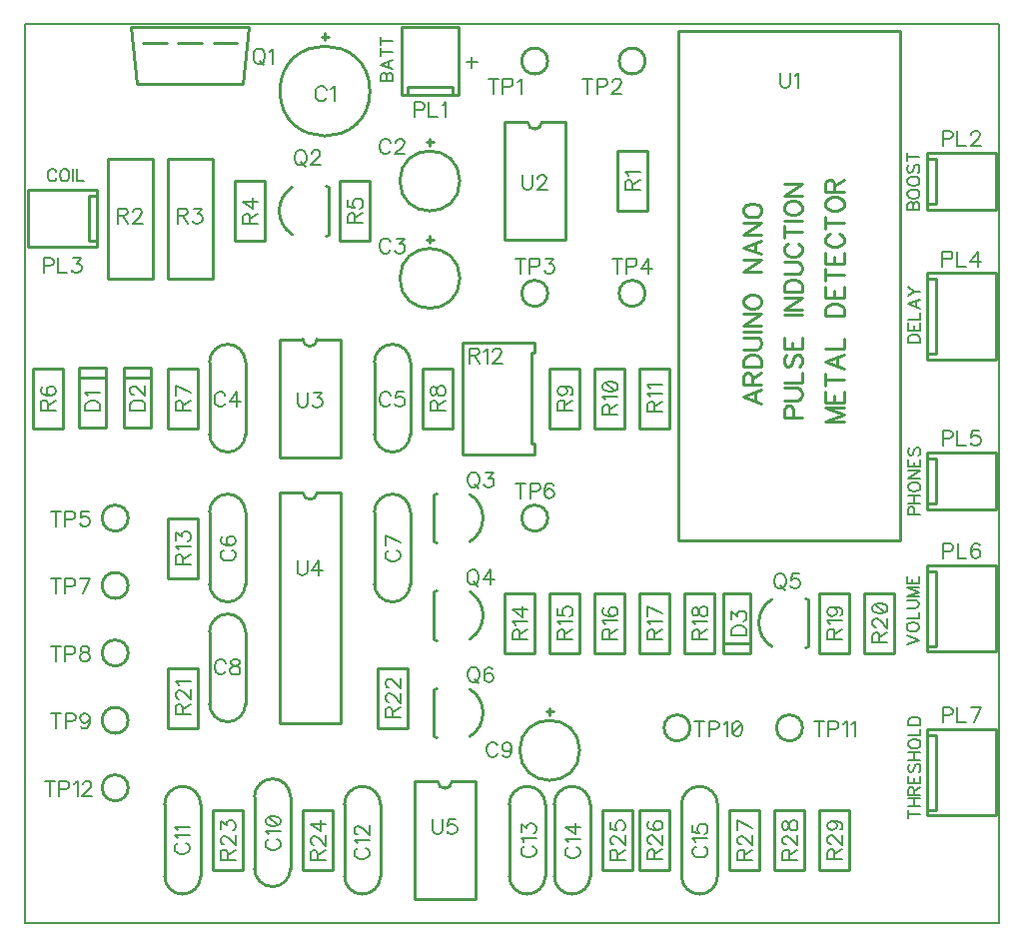
<source format=gbr>
G04 DipTrace 3.3.1.3*
G04 TopSilk.gbr*
%MOIN*%
G04 #@! TF.FileFunction,Legend,Top*
G04 #@! TF.Part,Single*
%ADD10C,0.009843*%
%ADD11C,0.005512*%
%ADD63C,0.00772*%
%ADD64C,0.006176*%
%ADD65C,0.009264*%
%FSLAX26Y26*%
G04*
G70*
G90*
G75*
G01*
G04 TopSilk*
%LPD*%
X1381880Y3349811D2*
D10*
X1405520D1*
X1393700Y3361607D2*
Y3337980D1*
X1243700Y3168701D2*
G02X1243700Y3168701I150000J0D01*
G01*
X1731880Y2998581D2*
X1755520D1*
X1743700Y3010400D2*
Y2986787D1*
X1643700Y2868671D2*
G02X1643700Y2868671I100000J0D01*
G01*
X1731880Y2673581D2*
X1755520D1*
X1743700Y2685400D2*
Y2661787D1*
X1643700Y2543671D2*
G02X1643700Y2543671I100000J0D01*
G01*
X1128700Y2263580D2*
Y2023820D1*
X1008700Y2263580D2*
Y2023820D1*
G03X1128700Y2023820I60000J-120D01*
G01*
Y2263580D2*
G03X1008700Y2263580I-60000J120D01*
G01*
X1678700D2*
Y2023820D1*
X1558700Y2263580D2*
Y2023820D1*
G03X1678700Y2023820I60000J-120D01*
G01*
Y2263580D2*
G03X1558700Y2263580I-60000J120D01*
G01*
X1128700Y1763580D2*
Y1523820D1*
X1008700Y1763580D2*
Y1523820D1*
G03X1128700Y1523820I60000J-120D01*
G01*
Y1763580D2*
G03X1008700Y1763580I-60000J120D01*
G01*
X1678700D2*
Y1523820D1*
X1558700Y1763580D2*
Y1523820D1*
G03X1678700Y1523820I60000J-120D01*
G01*
Y1763580D2*
G03X1558700Y1763580I-60000J120D01*
G01*
X1128700Y1363580D2*
Y1123820D1*
X1008700Y1363580D2*
Y1123820D1*
G03X1128700Y1123820I60000J-120D01*
G01*
Y1363580D2*
G03X1008700Y1363580I-60000J120D01*
G01*
X2131880Y1098581D2*
X2155520D1*
X2143700Y1110400D2*
Y1086787D1*
X2043700Y968671D2*
G02X2043700Y968671I100000J0D01*
G01*
X1278700Y813580D2*
Y573820D1*
X1158700Y813580D2*
Y573820D1*
G03X1278700Y573820I60000J-120D01*
G01*
Y813580D2*
G03X1158700Y813580I-60000J120D01*
G01*
X978700Y788580D2*
Y548820D1*
X858700Y788580D2*
Y548820D1*
G03X978700Y548820I60000J-120D01*
G01*
Y788580D2*
G03X858700Y788580I-60000J120D01*
G01*
X1578700D2*
Y548820D1*
X1458700Y788580D2*
Y548820D1*
G03X1578700Y548820I60000J-120D01*
G01*
Y788580D2*
G03X1458700Y788580I-60000J120D01*
G01*
X2128700D2*
Y548820D1*
X2008700Y788580D2*
Y548820D1*
G03X2128700Y548820I60000J-120D01*
G01*
Y788580D2*
G03X2008700Y788580I-60000J120D01*
G01*
X2278700D2*
Y548820D1*
X2158700Y788580D2*
Y548820D1*
G03X2278700Y548820I60000J-120D01*
G01*
Y788580D2*
G03X2158700Y788580I-60000J120D01*
G01*
X2583700Y548820D2*
Y788580D1*
X2703700Y548820D2*
Y788580D1*
G03X2583700Y788580I-60000J120D01*
G01*
Y548820D2*
G03X2703700Y548820I60000J-120D01*
G01*
X573424Y2245354D2*
X663976D1*
Y2044409D1*
X573424Y2211969D2*
X663976D1*
X573424Y2044409D2*
X663976D1*
X573424Y2245354D2*
Y2044409D1*
X723424Y2245354D2*
X813976D1*
Y2044409D1*
X723424Y2211969D2*
X813976D1*
X723424Y2044409D2*
X813976D1*
X723424Y2245354D2*
Y2044409D1*
X2813976Y1292046D2*
X2723424D1*
Y1492991D1*
X2813976Y1325431D2*
X2723424D1*
X2813976Y1492991D2*
X2723424D1*
X2813976Y1292046D2*
Y1492991D1*
X1838987Y3154500D2*
X1649987D1*
Y3382900D1*
X1838987D1*
Y3154500D1*
X1819483Y3181200D2*
X1669492D1*
X1819483D2*
Y3156190D1*
X1669492Y3181200D2*
Y3156190D1*
X3404500Y2773413D2*
X3632900D1*
Y2962413D1*
X3404500D1*
Y2773413D1*
X3431200Y2792917D2*
Y2942908D1*
Y2792917D2*
X3406190D1*
X3431200Y2942908D2*
X3406190D1*
X632900Y2838987D2*
X404500D1*
Y2649987D1*
X632900D1*
Y2838987D1*
X606200Y2819483D2*
Y2669492D1*
Y2819483D2*
X631210D1*
X606200Y2669492D2*
X631210D1*
X3404500Y2273425D2*
X3632900D1*
Y2560825D1*
X3404500D1*
Y2273425D1*
X3431200Y2292135D2*
Y2542116D1*
X3406190D1*
X3431200Y2292135D2*
X3406190D1*
X3404500Y1773413D2*
X3632900D1*
Y1962413D1*
X3404500D1*
Y1773413D1*
X3431200Y1792917D2*
Y1942908D1*
Y1792917D2*
X3406190D1*
X3431200Y1942908D2*
X3406190D1*
X3404500Y1298425D2*
X3632900D1*
Y1585825D1*
X3404500D1*
Y1298425D1*
X3431200Y1317135D2*
Y1567116D1*
X3406190D1*
X3431200Y1317135D2*
X3406190D1*
X3404500Y751575D2*
X3632900D1*
Y1038975D1*
X3404500D1*
Y751575D1*
X3431200Y770284D2*
Y1020265D1*
X3406190D1*
X3431200Y770284D2*
X3406190D1*
X786220Y3328180D2*
X864960D1*
X746850Y3380905D2*
X1140550D1*
X1120865Y3191928D1*
X766535D1*
X746850Y3380905D1*
X904330Y3328180D2*
X983070D1*
X1022440D2*
X1101180D1*
X1406692Y2847453D2*
X1394886Y2851364D1*
X1284644Y2847453D2*
G03X1284644Y2689947I49953J-78753D01*
G01*
X1406692D2*
X1394886Y2686036D1*
X1406692Y2689947D2*
Y2847453D1*
X1755708Y1664947D2*
X1767514Y1661036D1*
X1877756Y1664947D2*
G03X1877756Y1822453I-49953J78753D01*
G01*
X1755708D2*
X1767514Y1826364D1*
X1755708Y1822453D2*
Y1664947D1*
Y1339947D2*
X1767514Y1336036D1*
X1877756Y1339947D2*
G03X1877756Y1497453I-49953J78753D01*
G01*
X1755708D2*
X1767514Y1501364D1*
X1755708Y1497453D2*
Y1339947D1*
X3006692Y1472453D2*
X2994886Y1476364D1*
X2884644Y1472453D2*
G03X2884644Y1314947I49953J-78753D01*
G01*
X3006692D2*
X2994886Y1311036D1*
X3006692Y1314947D2*
Y1472453D1*
X1755708Y1014947D2*
X1767514Y1011036D1*
X1877756Y1014947D2*
G03X1877756Y1172453I-49953J78753D01*
G01*
X1755708D2*
X1767514Y1176364D1*
X1755708Y1172453D2*
Y1014947D1*
X2468700Y2968520D2*
Y2768880D1*
X2368700D2*
X2468700D1*
X2368700Y2968520D2*
Y2768880D1*
Y2968520D2*
X2468700D1*
X818700Y2944030D2*
Y2543370D1*
X668700D2*
X818700D1*
X668700Y2944030D2*
Y2543370D1*
Y2944030D2*
X818700D1*
X868700Y2543370D2*
Y2944030D1*
X1018700D2*
X868700D1*
X1018700Y2543370D2*
Y2944030D1*
Y2543370D2*
X868700D1*
X1093700Y2668880D2*
Y2868520D1*
X1193700D2*
X1093700D1*
X1193700Y2668880D2*
Y2868520D1*
Y2668880D2*
X1093700D1*
X1543700Y2868520D2*
Y2668880D1*
X1443700D2*
X1543700D1*
X1443700Y2868520D2*
Y2668880D1*
Y2868520D2*
X1543700D1*
X518700Y2243520D2*
Y2043880D1*
X418700D2*
X518700D1*
X418700Y2243520D2*
Y2043880D1*
Y2243520D2*
X518700D1*
X868700Y2043880D2*
Y2243520D1*
X968700D2*
X868700D1*
X968700Y2043880D2*
Y2243520D1*
Y2043880D2*
X868700D1*
X1818700Y2243520D2*
Y2043880D1*
X1718700D2*
X1818700D1*
X1718700Y2243520D2*
Y2043880D1*
Y2243520D2*
X1818700D1*
X2143700Y2043880D2*
Y2243520D1*
X2243700D2*
X2143700D1*
X2243700Y2043880D2*
Y2243520D1*
Y2043880D2*
X2143700D1*
X2293700D2*
Y2243520D1*
X2393700D2*
X2293700D1*
X2393700Y2043880D2*
Y2243520D1*
Y2043880D2*
X2293700D1*
X2443700D2*
Y2243520D1*
X2543700D2*
X2443700D1*
X2543700Y2043880D2*
Y2243520D1*
Y2043880D2*
X2443700D1*
X2093897Y2330708D2*
X1853739D1*
X2093897Y1956692D2*
X1853739D1*
X2082081Y2297233D2*
Y1994094D1*
X2093897Y2330708D2*
Y2297233D1*
X2082081D1*
Y1994094D2*
X2093897D1*
Y1956692D1*
X1853739Y2330708D2*
Y1956692D1*
X968700Y1743520D2*
Y1543880D1*
X868700D2*
X968700D1*
X868700Y1743520D2*
Y1543880D1*
Y1743520D2*
X968700D1*
X1993700Y1293880D2*
Y1493520D1*
X2093700D2*
X1993700D1*
X2093700Y1293880D2*
Y1493520D1*
Y1293880D2*
X1993700D1*
X2143700D2*
Y1493520D1*
X2243700D2*
X2143700D1*
X2243700Y1293880D2*
Y1493520D1*
Y1293880D2*
X2143700D1*
X2293700D2*
Y1493520D1*
X2393700D2*
X2293700D1*
X2393700Y1293880D2*
Y1493520D1*
Y1293880D2*
X2293700D1*
X2443700D2*
Y1493520D1*
X2543700D2*
X2443700D1*
X2543700Y1293880D2*
Y1493520D1*
Y1293880D2*
X2443700D1*
X2593700D2*
Y1493520D1*
X2693700D2*
X2593700D1*
X2693700Y1293880D2*
Y1493520D1*
Y1293880D2*
X2593700D1*
X3143700Y1493520D2*
Y1293880D1*
X3043700D2*
X3143700D1*
X3043700Y1493520D2*
Y1293880D1*
Y1493520D2*
X3143700D1*
X3293700D2*
Y1293880D1*
X3193700D2*
X3293700D1*
X3193700Y1493520D2*
Y1293880D1*
Y1493520D2*
X3293700D1*
X868700Y1043880D2*
Y1243520D1*
X968700D2*
X868700D1*
X968700Y1043880D2*
Y1243520D1*
Y1043880D2*
X868700D1*
X1568700D2*
Y1243520D1*
X1668700D2*
X1568700D1*
X1668700Y1043880D2*
Y1243520D1*
Y1043880D2*
X1568700D1*
X1118700Y768520D2*
Y568880D1*
X1018700D2*
X1118700D1*
X1018700Y768520D2*
Y568880D1*
Y768520D2*
X1118700D1*
X1318700Y568880D2*
Y768520D1*
X1418700D2*
X1318700D1*
X1418700Y568880D2*
Y768520D1*
Y568880D2*
X1318700D1*
X2318700D2*
Y768520D1*
X2418700D2*
X2318700D1*
X2418700Y568880D2*
Y768520D1*
Y568880D2*
X2318700D1*
X2443700D2*
Y768520D1*
X2543700D2*
X2443700D1*
X2543700Y568880D2*
Y768520D1*
Y568880D2*
X2443700D1*
X2843700Y768520D2*
Y568880D1*
X2743700D2*
X2843700D1*
X2743700Y768520D2*
Y568880D1*
Y768520D2*
X2843700D1*
X2893700Y568880D2*
Y768520D1*
X2993700D2*
X2893700D1*
X2993700Y568880D2*
Y768520D1*
Y568880D2*
X2893700D1*
X3143700Y768520D2*
Y568880D1*
X3043700D2*
X3143700D1*
X3043700Y768520D2*
Y568880D1*
Y768520D2*
X3143700D1*
X2050393Y3268700D2*
G02X2050393Y3268700I43307J0D01*
G01*
X2375393D2*
G02X2375393Y3268700I43307J0D01*
G01*
X2050393Y2493700D2*
G02X2050393Y2493700I43307J0D01*
G01*
X2375393D2*
G02X2375393Y2493700I43307J0D01*
G01*
X650393Y1743700D2*
G02X650393Y1743700I43307J0D01*
G01*
X2050393D2*
G02X2050393Y1743700I43307J0D01*
G01*
X650393Y1518700D2*
G02X650393Y1518700I43307J0D01*
G01*
Y1293700D2*
G02X650393Y1293700I43307J0D01*
G01*
Y1068700D2*
G02X650393Y1068700I43307J0D01*
G01*
X2525393Y1043700D2*
G02X2525393Y1043700I43307J0D01*
G01*
X2900393D2*
G02X2900393Y1043700I43307J0D01*
G01*
X650393Y843700D2*
G02X650393Y843700I43307J0D01*
G01*
X3313779Y1668306D2*
X2573621D1*
Y3369094D1*
X3313779D1*
Y1668306D1*
X2196067Y3065550D2*
Y2671850D1*
X1991333D2*
X2196067D1*
X1991333Y3065550D2*
Y2671850D1*
Y3065550D2*
X2070074D1*
X2196067D2*
X2117326D1*
X2070074D2*
G03X2117326Y3065550I23626J4D01*
G01*
X1446067Y2340550D2*
Y1946850D1*
X1241333D2*
X1446067D1*
X1241333Y2340550D2*
Y1946850D1*
Y2340550D2*
X1320074D1*
X1446067D2*
X1367326D1*
X1320074D2*
G03X1367326Y2340550I23626J4D01*
G01*
X1446067Y1829527D2*
Y1057873D1*
X1241333D2*
X1446067D1*
X1241333Y1829527D2*
Y1057873D1*
Y1829527D2*
X1320074D1*
X1446067D2*
X1367326D1*
X1320074D2*
G03X1367326Y1829527I23626J13D01*
G01*
X1896067Y865550D2*
Y471850D1*
X1691333D2*
X1896067D1*
X1691333Y865550D2*
Y471850D1*
Y865550D2*
X1770074D1*
X1896067D2*
X1817326D1*
X1770074D2*
G03X1817326Y865550I23626J4D01*
G01*
X1397919Y3172892D2*
D63*
X1395542Y3177645D1*
X1390734Y3182453D1*
X1385980Y3184830D1*
X1376419D1*
X1371610Y3182453D1*
X1366857Y3177645D1*
X1364425Y3172892D1*
X1362049Y3165707D1*
Y3153713D1*
X1364425Y3146583D1*
X1366857Y3141775D1*
X1371610Y3137022D1*
X1376419Y3134590D1*
X1385980D1*
X1390734Y3137022D1*
X1395542Y3141775D1*
X1397919Y3146583D1*
X1413358Y3175213D2*
X1418166Y3177645D1*
X1425351Y3184775D1*
Y3134590D1*
X1612167Y2996684D2*
X1609791Y3001437D1*
X1604982Y3006245D1*
X1600229Y3008622D1*
X1590668D1*
X1585859Y3006245D1*
X1581106Y3001437D1*
X1578674Y2996684D1*
X1576297Y2989499D1*
Y2977505D1*
X1578674Y2970375D1*
X1581106Y2965567D1*
X1585859Y2960814D1*
X1590668Y2958382D1*
X1600229D1*
X1604982Y2960814D1*
X1609791Y2965567D1*
X1612167Y2970375D1*
X1630038Y2996628D2*
Y2999005D1*
X1632415Y3003813D1*
X1634792Y3006190D1*
X1639600Y3008567D1*
X1649162D1*
X1653915Y3006190D1*
X1656291Y3003813D1*
X1658723Y2999005D1*
Y2994252D1*
X1656291Y2989443D1*
X1651538Y2982314D1*
X1627607Y2958382D1*
X1661100D1*
X1612169Y2665436D2*
X1609792Y2670189D1*
X1604984Y2674997D1*
X1600230Y2677374D1*
X1590669D1*
X1585860Y2674997D1*
X1581107Y2670189D1*
X1578675Y2665436D1*
X1576299Y2658251D1*
Y2646257D1*
X1578675Y2639127D1*
X1581107Y2634319D1*
X1585860Y2629566D1*
X1590669Y2627134D1*
X1600230D1*
X1604984Y2629566D1*
X1609792Y2634319D1*
X1612169Y2639127D1*
X1632416Y2677319D2*
X1658669D1*
X1644355Y2658195D1*
X1651540D1*
X1656293Y2655819D1*
X1658669Y2653442D1*
X1661101Y2646257D1*
Y2641504D1*
X1658669Y2634319D1*
X1653916Y2629510D1*
X1646731Y2627134D1*
X1639546D1*
X1632416Y2629510D1*
X1630040Y2631942D1*
X1627608Y2636695D1*
X1060980Y2153736D2*
X1058604Y2158489D1*
X1053795Y2163297D1*
X1049042Y2165674D1*
X1039481D1*
X1034672Y2163297D1*
X1029919Y2158489D1*
X1027487Y2153736D1*
X1025110Y2146550D1*
Y2134557D1*
X1027487Y2127427D1*
X1029919Y2122619D1*
X1034672Y2117866D1*
X1039481Y2115434D1*
X1049042D1*
X1053795Y2117866D1*
X1058604Y2122619D1*
X1060980Y2127427D1*
X1100351Y2115434D2*
Y2165618D1*
X1076420Y2132180D1*
X1112290D1*
X1612169Y2153734D2*
X1609792Y2158487D1*
X1604984Y2163296D1*
X1600230Y2165672D1*
X1590669D1*
X1585860Y2163296D1*
X1581107Y2158487D1*
X1578675Y2153734D1*
X1576299Y2146549D1*
Y2134556D1*
X1578675Y2127426D1*
X1581107Y2122617D1*
X1585860Y2117864D1*
X1590669Y2115432D1*
X1600230D1*
X1604984Y2117864D1*
X1609792Y2122617D1*
X1612169Y2127426D1*
X1656293Y2165617D2*
X1632416D1*
X1630040Y2144117D1*
X1632416Y2146494D1*
X1639601Y2148926D1*
X1646731D1*
X1653916Y2146494D1*
X1658725Y2141741D1*
X1661101Y2134556D1*
Y2129802D1*
X1658725Y2122617D1*
X1653916Y2117809D1*
X1646731Y2115432D1*
X1639601D1*
X1632416Y2117809D1*
X1630040Y2120241D1*
X1627608Y2124994D1*
X1057415Y1637134D2*
X1052662Y1634757D1*
X1047853Y1629949D1*
X1045477Y1625196D1*
Y1615634D1*
X1047853Y1610826D1*
X1052662Y1606073D1*
X1057415Y1603641D1*
X1064600Y1601264D1*
X1076594D1*
X1083723Y1603641D1*
X1088532Y1606073D1*
X1093285Y1610826D1*
X1095717Y1615634D1*
Y1625196D1*
X1093285Y1629949D1*
X1088532Y1634757D1*
X1083723Y1637134D1*
X1052662Y1681258D2*
X1047909Y1678882D1*
X1045532Y1671697D1*
Y1666943D1*
X1047909Y1659758D1*
X1055094Y1654950D1*
X1067032Y1652573D1*
X1078970D1*
X1088532Y1654950D1*
X1093340Y1659758D1*
X1095717Y1666943D1*
Y1669320D1*
X1093340Y1676450D1*
X1088532Y1681258D1*
X1081347Y1683635D1*
X1078970D1*
X1071785Y1681258D1*
X1067032Y1676450D1*
X1064655Y1669320D1*
Y1666943D1*
X1067032Y1659758D1*
X1071785Y1654950D1*
X1078970Y1652573D1*
X1607415Y1635919D2*
X1602662Y1633543D1*
X1597853Y1628734D1*
X1595477Y1623981D1*
Y1614420D1*
X1597853Y1609611D1*
X1602662Y1604858D1*
X1607415Y1602426D1*
X1614600Y1600050D1*
X1626594D1*
X1633723Y1602426D1*
X1638532Y1604858D1*
X1643285Y1609611D1*
X1645717Y1614420D1*
Y1623981D1*
X1643285Y1628734D1*
X1638532Y1633543D1*
X1633723Y1635919D1*
X1645717Y1660920D2*
X1595532Y1684852D1*
Y1651359D1*
X1062196Y1259985D2*
X1059820Y1264738D1*
X1055011Y1269546D1*
X1050258Y1271923D1*
X1040696D1*
X1035888Y1269546D1*
X1031135Y1264738D1*
X1028703Y1259985D1*
X1026326Y1252800D1*
Y1240806D1*
X1028703Y1233677D1*
X1031135Y1228868D1*
X1035888Y1224115D1*
X1040696Y1221683D1*
X1050258D1*
X1055011Y1224115D1*
X1059820Y1228868D1*
X1062196Y1233677D1*
X1089574Y1271868D2*
X1082444Y1269491D1*
X1080012Y1264738D1*
Y1259930D1*
X1082444Y1255176D1*
X1087197Y1252745D1*
X1096759Y1250368D1*
X1103944Y1247991D1*
X1108697Y1243183D1*
X1111074Y1238430D1*
Y1231245D1*
X1108697Y1226492D1*
X1106320Y1224060D1*
X1099135Y1221683D1*
X1089574D1*
X1082444Y1224060D1*
X1080012Y1226492D1*
X1077636Y1231245D1*
Y1238430D1*
X1080012Y1243183D1*
X1084821Y1247991D1*
X1091950Y1250368D1*
X1101512Y1252745D1*
X1106320Y1255176D1*
X1108697Y1259930D1*
Y1264738D1*
X1106320Y1269491D1*
X1099135Y1271868D1*
X1089574D1*
X1969608Y984185D2*
X1967231Y988938D1*
X1962423Y993747D1*
X1957669Y996123D1*
X1948108D1*
X1943299Y993747D1*
X1938546Y988938D1*
X1936114Y984185D1*
X1933738Y977000D1*
Y965006D1*
X1936114Y957877D1*
X1938546Y953068D1*
X1943299Y948315D1*
X1948108Y945883D1*
X1957669D1*
X1962423Y948315D1*
X1967231Y953068D1*
X1969608Y957877D1*
X2016164Y979377D2*
X2013732Y972191D1*
X2008979Y967383D1*
X2001794Y965006D1*
X1999417D1*
X1992232Y967383D1*
X1987479Y972191D1*
X1985047Y979377D1*
Y981753D1*
X1987479Y988938D1*
X1992232Y993691D1*
X1999417Y996068D1*
X2001794D1*
X2008979Y993691D1*
X2013732Y988938D1*
X2016164Y979377D1*
Y967383D1*
X2013732Y955445D1*
X2008979Y948260D1*
X2001794Y945883D1*
X1997040D1*
X1989855Y948260D1*
X1987479Y953068D1*
X1207415Y672203D2*
X1202662Y669826D1*
X1197853Y665018D1*
X1195477Y660265D1*
Y650703D1*
X1197853Y645895D1*
X1202662Y641142D1*
X1207415Y638710D1*
X1214600Y636333D1*
X1226594D1*
X1233723Y638710D1*
X1238532Y641142D1*
X1243285Y645895D1*
X1245717Y650703D1*
Y660265D1*
X1243285Y665018D1*
X1238532Y669826D1*
X1233723Y672203D1*
X1205094Y687642D2*
X1202662Y692451D1*
X1195532Y699636D1*
X1245717D1*
X1195532Y729445D2*
X1197909Y722260D1*
X1205094Y717452D1*
X1217032Y715075D1*
X1224217D1*
X1236155Y717452D1*
X1243340Y722260D1*
X1245717Y729445D1*
Y734198D1*
X1243340Y741383D1*
X1236155Y746136D1*
X1224217Y748568D1*
X1217032D1*
X1205094Y746136D1*
X1197909Y741383D1*
X1195532Y734198D1*
Y729445D1*
X1205094Y746136D2*
X1236155Y717452D1*
X903664Y659202D2*
X898911Y656826D1*
X894103Y652017D1*
X891726Y647264D1*
Y637703D1*
X894103Y632894D1*
X898911Y628141D1*
X903664Y625709D1*
X910849Y623332D1*
X922843D1*
X929973Y625709D1*
X934781Y628141D1*
X939534Y632894D1*
X941966Y637702D1*
Y647264D1*
X939534Y652017D1*
X934781Y656826D1*
X929973Y659202D1*
X901343Y674642D2*
X898911Y679450D1*
X891781Y686635D1*
X941966D1*
X901343Y702074D2*
X898911Y706883D1*
X891781Y714068D1*
X941966D1*
X1503664Y642203D2*
X1498911Y639826D1*
X1494103Y635018D1*
X1491726Y630265D1*
Y620703D1*
X1494103Y615895D1*
X1498911Y611142D1*
X1503664Y608710D1*
X1510849Y606333D1*
X1522843D1*
X1529973Y608710D1*
X1534781Y611142D1*
X1539534Y615895D1*
X1541966Y620703D1*
Y630265D1*
X1539534Y635018D1*
X1534781Y639826D1*
X1529973Y642203D1*
X1501343Y657642D2*
X1498911Y662451D1*
X1491781Y669636D1*
X1541966D1*
X1503720Y687507D2*
X1501343D1*
X1496535Y689883D1*
X1494158Y692260D1*
X1491781Y697068D1*
Y706630D1*
X1494158Y711383D1*
X1496535Y713760D1*
X1501343Y716192D1*
X1506096D1*
X1510905Y713760D1*
X1518034Y709007D1*
X1541966Y685075D1*
Y718568D1*
X2059915Y648452D2*
X2055162Y646076D1*
X2050353Y641267D1*
X2047977Y636514D1*
Y626953D1*
X2050353Y622144D1*
X2055162Y617391D1*
X2059915Y614959D1*
X2067100Y612583D1*
X2079094D1*
X2086223Y614959D1*
X2091032Y617391D1*
X2095785Y622144D1*
X2098217Y626953D1*
Y636514D1*
X2095785Y641267D1*
X2091032Y646076D1*
X2086223Y648452D1*
X2057594Y663892D2*
X2055162Y668700D1*
X2048032Y675885D1*
X2098217D1*
X2048032Y696133D2*
Y722386D1*
X2067155Y708071D1*
Y715256D1*
X2069532Y720009D1*
X2071909Y722386D1*
X2079094Y724818D1*
X2083847D1*
X2091032Y722386D1*
X2095840Y717633D1*
X2098217Y710448D1*
Y703263D1*
X2095840Y696133D1*
X2093408Y693756D1*
X2088655Y691324D1*
X2207415Y646015D2*
X2202662Y643638D1*
X2197853Y638830D1*
X2195477Y634077D1*
Y624515D1*
X2197853Y619706D1*
X2202662Y614953D1*
X2207415Y612521D1*
X2214600Y610145D1*
X2226594D1*
X2233723Y612521D1*
X2238532Y614953D1*
X2243285Y619706D1*
X2245717Y624515D1*
Y634076D1*
X2243285Y638830D1*
X2238532Y643638D1*
X2233723Y646015D1*
X2205094Y661454D2*
X2202662Y666262D1*
X2195532Y673447D1*
X2245717D1*
Y712818D2*
X2195532D1*
X2228970Y688887D1*
Y724757D1*
X2632415Y647203D2*
X2627662Y644826D1*
X2622853Y640018D1*
X2620477Y635265D1*
Y625703D1*
X2622853Y620895D1*
X2627662Y616142D1*
X2632415Y613710D1*
X2639600Y611333D1*
X2651594D1*
X2658723Y613710D1*
X2663532Y616142D1*
X2668285Y620895D1*
X2670717Y625703D1*
Y635265D1*
X2668285Y640018D1*
X2663532Y644826D1*
X2658723Y647203D1*
X2630094Y662642D2*
X2627662Y667451D1*
X2620532Y674636D1*
X2670717D1*
X2620532Y718760D2*
Y694883D1*
X2642032Y692507D1*
X2639655Y694883D1*
X2637224Y702068D1*
Y709198D1*
X2639655Y716383D1*
X2644409Y721192D1*
X2651594Y723568D1*
X2656347D1*
X2663532Y721192D1*
X2668340Y716383D1*
X2670717Y709198D1*
Y702068D1*
X2668340Y694883D1*
X2665908Y692507D1*
X2661155Y690075D1*
X593952Y2101918D2*
X644192D1*
Y2118665D1*
X641760Y2125850D1*
X637007Y2130658D1*
X632199Y2133035D1*
X625069Y2135411D1*
X613075D1*
X605890Y2133035D1*
X601137Y2130658D1*
X596329Y2125850D1*
X593952Y2118665D1*
Y2101918D1*
X603569Y2150851D2*
X601137Y2155659D1*
X594007Y2162844D1*
X644192D1*
X743952Y2103668D2*
X794192D1*
Y2120415D1*
X791760Y2127600D1*
X787007Y2132408D1*
X782199Y2134785D1*
X775069Y2137162D1*
X763075D1*
X755890Y2134785D1*
X751137Y2132408D1*
X746329Y2127600D1*
X743952Y2120415D1*
Y2103668D1*
X755946Y2155033D2*
X753569D1*
X748761Y2157409D1*
X746384Y2159786D1*
X744007Y2164594D1*
Y2174156D1*
X746384Y2178909D1*
X748761Y2181286D1*
X753569Y2183718D1*
X758322D1*
X763131Y2181286D1*
X770260Y2176532D1*
X794192Y2152601D1*
Y2186094D1*
X2750201Y1351306D2*
X2800441D1*
Y1368053D1*
X2798010Y1375238D1*
X2793256Y1380046D1*
X2788448Y1382423D1*
X2781318Y1384799D1*
X2769325D1*
X2762140Y1382423D1*
X2757386Y1380046D1*
X2752578Y1375238D1*
X2750201Y1368053D1*
Y1351306D1*
X2750257Y1405047D2*
Y1431300D1*
X2769380Y1416985D1*
Y1424170D1*
X2771757Y1428923D1*
X2774133Y1431300D1*
X2781318Y1433732D1*
X2786071D1*
X2793256Y1431300D1*
X2798065Y1426547D1*
X2800441Y1419362D1*
Y1412177D1*
X2798065Y1405047D1*
X2795633Y1402670D1*
X2790880Y1400239D1*
X1691962Y3104815D2*
X1713517D1*
X1720647Y3107191D1*
X1723079Y3109623D1*
X1725456Y3114377D1*
Y3121562D1*
X1723079Y3126315D1*
X1720647Y3128747D1*
X1713517Y3131123D1*
X1691962D1*
Y3080883D1*
X1740895Y3131123D2*
Y3080883D1*
X1769580D1*
X1785019Y3121506D2*
X1789827Y3123938D1*
X1797013Y3131068D1*
Y3080883D1*
X3455425Y3009327D2*
X3476980D1*
X3484110Y3011704D1*
X3486542Y3014136D1*
X3488918Y3018889D1*
Y3026074D1*
X3486542Y3030827D1*
X3484110Y3033259D1*
X3476980Y3035636D1*
X3455425D1*
Y2985396D1*
X3504358Y3035636D2*
Y2985396D1*
X3533042D1*
X3550914Y3023642D2*
Y3026019D1*
X3553290Y3030827D1*
X3555667Y3033204D1*
X3560475Y3035580D1*
X3570037D1*
X3574790Y3033204D1*
X3577167Y3030827D1*
X3579598Y3026019D1*
Y3021266D1*
X3577167Y3016457D1*
X3572413Y3009327D1*
X3548482Y2985396D1*
X3581975D1*
X455425Y2585902D2*
X476980D1*
X484110Y2588279D1*
X486542Y2590711D1*
X488918Y2595464D1*
Y2602649D1*
X486542Y2607402D1*
X484110Y2609834D1*
X476980Y2612210D1*
X455425D1*
Y2561970D1*
X504358Y2612210D2*
Y2561970D1*
X533042D1*
X553290Y2612155D2*
X579543D1*
X565228Y2593032D1*
X572413D1*
X577167Y2590655D1*
X579543Y2588279D1*
X581975Y2581094D1*
Y2576341D1*
X579543Y2569156D1*
X574790Y2564347D1*
X567605Y2561970D1*
X560420D1*
X553290Y2564347D1*
X550914Y2566779D1*
X548482Y2571532D1*
X3454237Y2607740D2*
X3475792D1*
X3482922Y2610117D1*
X3485353Y2612549D1*
X3487730Y2617302D1*
Y2624487D1*
X3485353Y2629240D1*
X3482922Y2631672D1*
X3475792Y2634048D1*
X3454237D1*
Y2583808D1*
X3503169Y2634048D2*
Y2583808D1*
X3531854D1*
X3571225D2*
Y2633993D1*
X3547293Y2600555D1*
X3583163D1*
X3455425Y2009327D2*
X3476980D1*
X3484110Y2011704D1*
X3486542Y2014136D1*
X3488918Y2018889D1*
Y2026074D1*
X3486542Y2030827D1*
X3484110Y2033259D1*
X3476980Y2035636D1*
X3455425D1*
Y1985396D1*
X3504358Y2035636D2*
Y1985396D1*
X3533042D1*
X3577167Y2035580D2*
X3553290D1*
X3550914Y2014081D1*
X3553290Y2016457D1*
X3560475Y2018889D1*
X3567605D1*
X3574790Y2016457D1*
X3579598Y2011704D1*
X3581975Y2004519D1*
Y1999766D1*
X3579598Y1992581D1*
X3574790Y1987772D1*
X3567605Y1985396D1*
X3560475D1*
X3553290Y1987772D1*
X3550914Y1990204D1*
X3548482Y1994957D1*
X3456641Y1632740D2*
X3478196D1*
X3485326Y1635117D1*
X3487758Y1637549D1*
X3490134Y1642302D1*
Y1649487D1*
X3487758Y1654240D1*
X3485326Y1656672D1*
X3478196Y1659048D1*
X3456641D1*
Y1608808D1*
X3505573Y1659048D2*
Y1608808D1*
X3534258D1*
X3578383Y1651863D2*
X3576006Y1656617D1*
X3568821Y1658993D1*
X3564068D1*
X3556883Y1656617D1*
X3552074Y1649432D1*
X3549698Y1637493D1*
Y1625555D1*
X3552074Y1615993D1*
X3556883Y1611185D1*
X3564068Y1608808D1*
X3566444D1*
X3573574Y1611185D1*
X3578383Y1615993D1*
X3580759Y1623178D1*
Y1625555D1*
X3578383Y1632740D1*
X3573574Y1637493D1*
X3566444Y1639870D1*
X3564068D1*
X3556883Y1637493D1*
X3552074Y1632740D1*
X3549698Y1625555D1*
X3455425Y1085890D2*
X3476980D1*
X3484110Y1088266D1*
X3486542Y1090698D1*
X3488918Y1095451D1*
Y1102636D1*
X3486542Y1107390D1*
X3484110Y1109821D1*
X3476980Y1112198D1*
X3455425D1*
Y1061958D1*
X3504358Y1112198D2*
Y1061958D1*
X3533042D1*
X3558043D2*
X3581975Y1112143D1*
X3548482D1*
X1168952Y3310377D2*
X1164199Y3308056D1*
X1159391Y3303247D1*
X1157014Y3298439D1*
X1154582Y3291254D1*
Y3279316D1*
X1157014Y3272131D1*
X1159391Y3267377D1*
X1164199Y3262569D1*
X1168952Y3260192D1*
X1178514D1*
X1183322Y3262569D1*
X1188075Y3267377D1*
X1190452Y3272131D1*
X1192884Y3279316D1*
Y3291254D1*
X1190452Y3298439D1*
X1188075Y3303247D1*
X1183322Y3308056D1*
X1178514Y3310377D1*
X1168952D1*
X1176137Y3269754D2*
X1190452Y3255384D1*
X1208323Y3300760D2*
X1213132Y3303192D1*
X1220317Y3310322D1*
Y3260137D1*
X1307268Y2971451D2*
X1302515Y2969129D1*
X1297706Y2964321D1*
X1295330Y2959512D1*
X1292898Y2952327D1*
Y2940389D1*
X1295330Y2933204D1*
X1297706Y2928451D1*
X1302515Y2923642D1*
X1307268Y2921266D1*
X1316829D1*
X1321638Y2923642D1*
X1326391Y2928451D1*
X1328768Y2933204D1*
X1331200Y2940389D1*
Y2952327D1*
X1328768Y2959512D1*
X1326391Y2964321D1*
X1321638Y2969129D1*
X1316829Y2971451D1*
X1307268D1*
X1314453Y2930828D2*
X1328768Y2916457D1*
X1349071Y2959457D2*
Y2961834D1*
X1351447Y2966642D1*
X1353824Y2969019D1*
X1358632Y2971395D1*
X1368194D1*
X1372947Y2969019D1*
X1375324Y2966642D1*
X1377756Y2961834D1*
Y2957081D1*
X1375324Y2952272D1*
X1370571Y2945142D1*
X1346639Y2921211D1*
X1380132D1*
X1884138Y1896451D2*
X1879385Y1894129D1*
X1874576Y1889321D1*
X1872200Y1884512D1*
X1869768Y1877327D1*
Y1865389D1*
X1872200Y1858204D1*
X1874576Y1853451D1*
X1879385Y1848642D1*
X1884138Y1846266D1*
X1893700D1*
X1898508Y1848642D1*
X1903261Y1853451D1*
X1905638Y1858204D1*
X1908070Y1865389D1*
Y1877327D1*
X1905638Y1884512D1*
X1903261Y1889321D1*
X1898508Y1894129D1*
X1893700Y1896451D1*
X1884138D1*
X1891323Y1855828D2*
X1905638Y1841457D1*
X1928317Y1896395D2*
X1954570D1*
X1940256Y1877272D1*
X1947441D1*
X1952194Y1874896D1*
X1954570Y1872519D1*
X1957002Y1865334D1*
Y1860581D1*
X1954570Y1853396D1*
X1949817Y1848587D1*
X1942632Y1846211D1*
X1935447D1*
X1928317Y1848587D1*
X1925941Y1851019D1*
X1923509Y1855772D1*
X1882950Y1571451D2*
X1878196Y1569129D1*
X1873388Y1564321D1*
X1871011Y1559512D1*
X1868580Y1552327D1*
Y1540389D1*
X1871011Y1533204D1*
X1873388Y1528451D1*
X1878196Y1523642D1*
X1882950Y1521266D1*
X1892511D1*
X1897320Y1523642D1*
X1902073Y1528451D1*
X1904449Y1533204D1*
X1906881Y1540389D1*
Y1552327D1*
X1904449Y1559512D1*
X1902073Y1564321D1*
X1897320Y1569129D1*
X1892511Y1571451D1*
X1882950D1*
X1890135Y1530828D2*
X1904449Y1516457D1*
X1946252Y1521211D2*
Y1571395D1*
X1922321Y1537957D1*
X1958191D1*
X2907268Y1558951D2*
X2902515Y1556629D1*
X2897706Y1551821D1*
X2895330Y1547012D1*
X2892898Y1539827D1*
Y1527889D1*
X2895330Y1520704D1*
X2897706Y1515951D1*
X2902515Y1511142D1*
X2907268Y1508766D1*
X2916829D1*
X2921638Y1511142D1*
X2926391Y1515951D1*
X2928768Y1520704D1*
X2931200Y1527889D1*
Y1539827D1*
X2928768Y1547012D1*
X2926391Y1551821D1*
X2921638Y1556629D1*
X2916829Y1558951D1*
X2907268D1*
X2914453Y1518328D2*
X2928768Y1503957D1*
X2975324Y1558895D2*
X2951447D1*
X2949071Y1537396D1*
X2951447Y1539772D1*
X2958632Y1542204D1*
X2965762D1*
X2972947Y1539772D1*
X2977756Y1535019D1*
X2980132Y1527834D1*
Y1523081D1*
X2977756Y1515896D1*
X2972947Y1511087D1*
X2965762Y1508711D1*
X2958632D1*
X2951447Y1511087D1*
X2949071Y1513519D1*
X2946639Y1518272D1*
X1885354Y1246451D2*
X1880601Y1244129D1*
X1875792Y1239321D1*
X1873416Y1234512D1*
X1870984Y1227327D1*
Y1215389D1*
X1873416Y1208204D1*
X1875792Y1203451D1*
X1880601Y1198642D1*
X1885354Y1196266D1*
X1894915D1*
X1899724Y1198642D1*
X1904477Y1203451D1*
X1906854Y1208204D1*
X1909286Y1215389D1*
Y1227327D1*
X1906854Y1234512D1*
X1904477Y1239321D1*
X1899724Y1244129D1*
X1894915Y1246451D1*
X1885354D1*
X1892539Y1205828D2*
X1906854Y1191457D1*
X1953410Y1239266D2*
X1951033Y1244019D1*
X1943848Y1246395D1*
X1939095D1*
X1931910Y1244019D1*
X1927101Y1236834D1*
X1924725Y1224896D1*
Y1212957D1*
X1927101Y1203396D1*
X1931910Y1198587D1*
X1939095Y1196211D1*
X1941471D1*
X1948601Y1198587D1*
X1953410Y1203396D1*
X1955786Y1210581D1*
Y1212957D1*
X1953410Y1220142D1*
X1948601Y1224896D1*
X1941471Y1227272D1*
X1939095D1*
X1931910Y1224896D1*
X1927101Y1220142D1*
X1924725Y1212957D1*
X2419409Y2838237D2*
Y2859737D1*
X2416977Y2866922D1*
X2414600Y2869354D1*
X2409847Y2871730D1*
X2405039D1*
X2400285Y2869354D1*
X2397854Y2866922D1*
X2395477Y2859737D1*
Y2838237D1*
X2445717D1*
X2419409Y2854984D2*
X2445717Y2871730D1*
X2405094Y2887170D2*
X2402662Y2891978D1*
X2395532Y2899163D1*
X2445717D1*
X702487Y2752991D2*
X723987D1*
X731172Y2755423D1*
X733604Y2757800D1*
X735980Y2762553D1*
Y2767361D1*
X733604Y2772115D1*
X731172Y2774546D1*
X723987Y2776923D1*
X702487D1*
Y2726683D1*
X719234Y2752991D2*
X735980Y2726683D1*
X753851Y2764930D2*
Y2767306D1*
X756228Y2772115D1*
X758605Y2774491D1*
X763413Y2776868D1*
X772975D1*
X777728Y2774491D1*
X780105Y2772115D1*
X782536Y2767306D1*
Y2762553D1*
X780105Y2757745D1*
X775351Y2750615D1*
X751420Y2726683D1*
X784913D1*
X902487Y2752991D2*
X923987D1*
X931172Y2755423D1*
X933604Y2757800D1*
X935980Y2762553D1*
Y2767361D1*
X933604Y2772115D1*
X931172Y2774546D1*
X923987Y2776923D1*
X902487D1*
Y2726683D1*
X919234Y2752991D2*
X935980Y2726683D1*
X956228Y2776868D2*
X982481D1*
X968166Y2757745D1*
X975351D1*
X980105Y2755368D1*
X982481Y2752991D1*
X984913Y2745806D1*
Y2741053D1*
X982481Y2733868D1*
X977728Y2729060D1*
X970543Y2726683D1*
X963358D1*
X956228Y2729060D1*
X953851Y2731492D1*
X951420Y2736245D1*
X1144409Y2726299D2*
Y2747799D1*
X1141977Y2754984D1*
X1139600Y2757416D1*
X1134847Y2759792D1*
X1130039D1*
X1125285Y2757416D1*
X1122854Y2754984D1*
X1120477Y2747799D1*
Y2726299D1*
X1170717D1*
X1144409Y2743046D2*
X1170717Y2759792D1*
Y2799163D2*
X1120532D1*
X1153970Y2775231D1*
Y2811101D1*
X1494409Y2727487D2*
Y2748987D1*
X1491977Y2756172D1*
X1489600Y2758604D1*
X1484847Y2760980D1*
X1480039D1*
X1475285Y2758604D1*
X1472854Y2756172D1*
X1470477Y2748987D1*
Y2727487D1*
X1520717D1*
X1494409Y2744234D2*
X1520717Y2760980D1*
X1470532Y2805105D2*
Y2781228D1*
X1492032Y2778852D1*
X1489656Y2781228D1*
X1487224Y2788413D1*
Y2795543D1*
X1489656Y2802728D1*
X1494409Y2807536D1*
X1501594Y2809913D1*
X1506347D1*
X1513532Y2807536D1*
X1518340Y2802728D1*
X1520717Y2795543D1*
Y2788413D1*
X1518340Y2781228D1*
X1515909Y2778852D1*
X1511155Y2776420D1*
X469409Y2103703D2*
Y2125203D1*
X466977Y2132388D1*
X464600Y2134820D1*
X459847Y2137196D1*
X455039D1*
X450285Y2134820D1*
X447854Y2132388D1*
X445477Y2125203D1*
Y2103703D1*
X495717D1*
X469409Y2120450D2*
X495717Y2137196D1*
X452662Y2181320D2*
X447909Y2178944D1*
X445532Y2171759D1*
Y2167006D1*
X447909Y2159821D1*
X455094Y2155012D1*
X467032Y2152636D1*
X478970D1*
X488532Y2155012D1*
X493340Y2159821D1*
X495717Y2167006D1*
Y2169382D1*
X493340Y2176512D1*
X488532Y2181320D1*
X481347Y2183697D1*
X478970D1*
X471785Y2181320D1*
X467032Y2176512D1*
X464656Y2169382D1*
Y2167006D1*
X467032Y2159821D1*
X471785Y2155012D1*
X478970Y2152636D1*
X919409Y2102487D2*
Y2123987D1*
X916977Y2131172D1*
X914600Y2133604D1*
X909847Y2135980D1*
X905039D1*
X900285Y2133604D1*
X897854Y2131172D1*
X895477Y2123987D1*
Y2102487D1*
X945717D1*
X919409Y2119234D2*
X945717Y2135980D1*
Y2160981D2*
X895532Y2184913D1*
Y2151420D1*
X1769409Y2102515D2*
Y2124015D1*
X1766977Y2131200D1*
X1764600Y2133632D1*
X1759847Y2136008D1*
X1755039D1*
X1750285Y2133632D1*
X1747854Y2131200D1*
X1745477Y2124015D1*
Y2102515D1*
X1795717D1*
X1769409Y2119261D2*
X1795717Y2136008D1*
X1745532Y2163386D2*
X1747909Y2156256D1*
X1752662Y2153824D1*
X1757470D1*
X1762224Y2156256D1*
X1764656Y2161009D1*
X1767032Y2170571D1*
X1769409Y2177756D1*
X1774217Y2182509D1*
X1778970Y2184885D1*
X1786155D1*
X1790909Y2182509D1*
X1793340Y2180132D1*
X1795717Y2172947D1*
Y2163385D1*
X1793340Y2156256D1*
X1790909Y2153824D1*
X1786155Y2151447D1*
X1778970D1*
X1774217Y2153824D1*
X1769409Y2158632D1*
X1767032Y2165762D1*
X1764656Y2175324D1*
X1762224Y2180132D1*
X1757470Y2182509D1*
X1752662D1*
X1747909Y2180132D1*
X1745532Y2172947D1*
Y2163386D1*
X2194409Y2103675D2*
Y2125175D1*
X2191977Y2132360D1*
X2189600Y2134792D1*
X2184847Y2137169D1*
X2180039D1*
X2175285Y2134792D1*
X2172854Y2132360D1*
X2170477Y2125175D1*
Y2103675D1*
X2220717D1*
X2194409Y2120422D2*
X2220717Y2137169D1*
X2187224Y2183725D2*
X2194409Y2181293D1*
X2199217Y2176540D1*
X2201594Y2169355D1*
Y2166978D1*
X2199217Y2159793D1*
X2194409Y2155040D1*
X2187224Y2152608D1*
X2184847D1*
X2177662Y2155040D1*
X2172909Y2159793D1*
X2170532Y2166978D1*
Y2169355D1*
X2172909Y2176540D1*
X2177662Y2181293D1*
X2187224Y2183725D1*
X2199217D1*
X2211155Y2181293D1*
X2218340Y2176540D1*
X2220717Y2169355D1*
Y2164601D1*
X2218340Y2157416D1*
X2213532Y2155040D1*
X2344409Y2088771D2*
Y2110271D1*
X2341977Y2117456D1*
X2339600Y2119888D1*
X2334847Y2122264D1*
X2330039D1*
X2325285Y2119888D1*
X2322854Y2117456D1*
X2320477Y2110271D1*
Y2088771D1*
X2370717D1*
X2344409Y2105517D2*
X2370717Y2122264D1*
X2330094Y2137703D2*
X2327662Y2142512D1*
X2320532Y2149697D1*
X2370717D1*
X2320532Y2179506D2*
X2322909Y2172321D1*
X2330094Y2167513D1*
X2342032Y2165136D1*
X2349217D1*
X2361155Y2167513D1*
X2368340Y2172321D1*
X2370717Y2179506D1*
Y2184259D1*
X2368340Y2191444D1*
X2361155Y2196197D1*
X2349217Y2198629D1*
X2342032D1*
X2330094Y2196197D1*
X2322909Y2191444D1*
X2320532Y2184259D1*
Y2179506D1*
X2330094Y2196197D2*
X2361155Y2167513D1*
X2494409Y2099521D2*
Y2121021D1*
X2491977Y2128206D1*
X2489600Y2130637D1*
X2484847Y2133014D1*
X2480039D1*
X2475285Y2130637D1*
X2472854Y2128206D1*
X2470477Y2121021D1*
Y2099521D1*
X2520717D1*
X2494409Y2116267D2*
X2520717Y2133014D1*
X2480094Y2148453D2*
X2477662Y2153262D1*
X2470532Y2160447D1*
X2520717D1*
X2480094Y2175886D2*
X2477662Y2180694D1*
X2470532Y2187879D1*
X2520717D1*
X1875138Y2286249D2*
X1896638D1*
X1903823Y2288680D1*
X1906255Y2291057D1*
X1908631Y2295810D1*
Y2300619D1*
X1906255Y2305372D1*
X1903823Y2307804D1*
X1896638Y2310180D1*
X1875138D1*
Y2259940D1*
X1891885Y2286249D2*
X1908631Y2259940D1*
X1924071Y2300563D2*
X1928879Y2302995D1*
X1936064Y2310125D1*
Y2259940D1*
X1953935Y2298187D2*
Y2300563D1*
X1956312Y2305372D1*
X1958688Y2307748D1*
X1963497Y2310125D1*
X1973059D1*
X1977812Y2307748D1*
X1980188Y2305372D1*
X1982620Y2300563D1*
Y2295810D1*
X1980188Y2291002D1*
X1975435Y2283872D1*
X1951503Y2259940D1*
X1984997D1*
X919409Y1588771D2*
Y1610271D1*
X916977Y1617456D1*
X914600Y1619888D1*
X909847Y1622264D1*
X905039D1*
X900285Y1619888D1*
X897854Y1617456D1*
X895477Y1610271D1*
Y1588771D1*
X945717D1*
X919409Y1605517D2*
X945717Y1622264D1*
X905094Y1637703D2*
X902662Y1642512D1*
X895532Y1649697D1*
X945717D1*
X895532Y1669944D2*
Y1696198D1*
X914656Y1681883D1*
Y1689068D1*
X917032Y1693821D1*
X919409Y1696197D1*
X926594Y1698629D1*
X931347D1*
X938532Y1696197D1*
X943340Y1691444D1*
X945717Y1684259D1*
Y1677074D1*
X943340Y1669944D1*
X940909Y1667568D1*
X936155Y1665136D1*
X2044409Y1337583D2*
Y1359082D1*
X2041977Y1366267D1*
X2039600Y1368699D1*
X2034847Y1371076D1*
X2030039D1*
X2025285Y1368699D1*
X2022854Y1366267D1*
X2020477Y1359082D1*
Y1337583D1*
X2070717D1*
X2044409Y1354329D2*
X2070717Y1371076D1*
X2030094Y1386515D2*
X2027662Y1391323D1*
X2020532Y1398509D1*
X2070717Y1398508D1*
Y1437879D2*
X2020532D1*
X2053970Y1413948D1*
Y1449818D1*
X2194409Y1338771D2*
Y1360271D1*
X2191977Y1367456D1*
X2189600Y1369888D1*
X2184847Y1372264D1*
X2180039D1*
X2175285Y1369888D1*
X2172854Y1367456D1*
X2170477Y1360271D1*
Y1338771D1*
X2220717D1*
X2194409Y1355517D2*
X2220717Y1372264D1*
X2180094Y1387703D2*
X2177662Y1392512D1*
X2170532Y1399697D1*
X2220717D1*
X2170532Y1443821D2*
Y1419944D1*
X2192032Y1417568D1*
X2189656Y1419944D1*
X2187224Y1427130D1*
Y1434259D1*
X2189656Y1441444D1*
X2194409Y1446253D1*
X2201594Y1448629D1*
X2206347D1*
X2213532Y1446253D1*
X2218340Y1441444D1*
X2220717Y1434259D1*
Y1427129D1*
X2218340Y1419944D1*
X2215909Y1417568D1*
X2211155Y1415136D1*
X2344409Y1339987D2*
Y1361487D1*
X2341977Y1368672D1*
X2339600Y1371103D1*
X2334847Y1373480D1*
X2330039D1*
X2325285Y1371103D1*
X2322854Y1368672D1*
X2320477Y1361487D1*
Y1339987D1*
X2370717D1*
X2344409Y1356733D2*
X2370717Y1373480D1*
X2330094Y1388919D2*
X2327662Y1393728D1*
X2320532Y1400913D1*
X2370717D1*
X2327662Y1445037D2*
X2322909Y1442660D1*
X2320532Y1435475D1*
Y1430722D1*
X2322909Y1423537D1*
X2330094Y1418729D1*
X2342032Y1416352D1*
X2353970D1*
X2363532Y1418729D1*
X2368340Y1423537D1*
X2370717Y1430722D1*
Y1433099D1*
X2368340Y1440228D1*
X2363532Y1445037D1*
X2356347Y1447413D1*
X2353970D1*
X2346785Y1445037D1*
X2342032Y1440228D1*
X2339656Y1433099D1*
Y1430722D1*
X2342032Y1423537D1*
X2346785Y1418729D1*
X2353970Y1416352D1*
X2494409Y1338771D2*
Y1360271D1*
X2491977Y1367456D1*
X2489600Y1369888D1*
X2484847Y1372264D1*
X2480039D1*
X2475285Y1369888D1*
X2472854Y1367456D1*
X2470477Y1360271D1*
Y1338771D1*
X2520717D1*
X2494409Y1355517D2*
X2520717Y1372264D1*
X2480094Y1387703D2*
X2477662Y1392512D1*
X2470532Y1399697D1*
X2520717D1*
Y1424698D2*
X2470532Y1448629D1*
Y1415136D1*
X2644409Y1338798D2*
Y1360298D1*
X2641977Y1367483D1*
X2639600Y1369915D1*
X2634847Y1372292D1*
X2630039D1*
X2625285Y1369915D1*
X2622854Y1367483D1*
X2620477Y1360298D1*
Y1338798D1*
X2670717D1*
X2644409Y1355545D2*
X2670717Y1372292D1*
X2630094Y1387731D2*
X2627662Y1392539D1*
X2620532Y1399724D1*
X2670717D1*
X2620532Y1427102D2*
X2622909Y1419972D1*
X2627662Y1417540D1*
X2632470D1*
X2637224Y1419972D1*
X2639656Y1424725D1*
X2642032Y1434287D1*
X2644409Y1441472D1*
X2649217Y1446225D1*
X2653970Y1448602D1*
X2661155D1*
X2665909Y1446225D1*
X2668340Y1443849D1*
X2670717Y1436663D1*
Y1427102D1*
X2668340Y1419972D1*
X2665909Y1417540D1*
X2661155Y1415164D1*
X2653970D1*
X2649217Y1417540D1*
X2644409Y1422349D1*
X2642032Y1429478D1*
X2639656Y1439040D1*
X2637224Y1443849D1*
X2632470Y1446225D1*
X2627662D1*
X2622909Y1443849D1*
X2620532Y1436664D1*
Y1427102D1*
X3094409Y1339959D2*
Y1361459D1*
X3091977Y1368644D1*
X3089600Y1371076D1*
X3084847Y1373452D1*
X3080039D1*
X3075285Y1371076D1*
X3072854Y1368644D1*
X3070477Y1361459D1*
Y1339959D1*
X3120717D1*
X3094409Y1356706D2*
X3120717Y1373452D1*
X3080094Y1388892D2*
X3077662Y1393700D1*
X3070532Y1400885D1*
X3120717D1*
X3087224Y1447441D2*
X3094409Y1445009D1*
X3099217Y1440256D1*
X3101594Y1433071D1*
Y1430694D1*
X3099217Y1423509D1*
X3094409Y1418756D1*
X3087224Y1416324D1*
X3084847D1*
X3077662Y1418756D1*
X3072909Y1423509D1*
X3070532Y1430694D1*
Y1433071D1*
X3072909Y1440256D1*
X3077662Y1445009D1*
X3087224Y1447441D1*
X3099217D1*
X3111155Y1445009D1*
X3118340Y1440256D1*
X3120717Y1433071D1*
Y1428318D1*
X3118340Y1421133D1*
X3113532Y1418756D1*
X3244409Y1328021D2*
Y1349521D1*
X3241977Y1356706D1*
X3239600Y1359138D1*
X3234847Y1361514D1*
X3230039D1*
X3225285Y1359138D1*
X3222854Y1356706D1*
X3220477Y1349521D1*
Y1328021D1*
X3270717D1*
X3244409Y1344768D2*
X3270717Y1361514D1*
X3232470Y1379385D2*
X3230094D1*
X3225285Y1381762D1*
X3222909Y1384138D1*
X3220532Y1388947D1*
Y1398509D1*
X3222909Y1403262D1*
X3225285Y1405638D1*
X3230094Y1408070D1*
X3234847D1*
X3239656Y1405638D1*
X3246785Y1400885D1*
X3270717Y1376953D1*
Y1410447D1*
X3220532Y1440256D2*
X3222909Y1433071D1*
X3230094Y1428263D1*
X3242032Y1425886D1*
X3249217D1*
X3261155Y1428263D1*
X3268340Y1433071D1*
X3270717Y1440256D1*
Y1445009D1*
X3268340Y1452194D1*
X3261155Y1456947D1*
X3249217Y1459379D1*
X3242032D1*
X3230094Y1456947D1*
X3222909Y1452194D1*
X3220532Y1445009D1*
Y1440256D1*
X3230094Y1456947D2*
X3261155Y1428263D1*
X919409Y1088771D2*
Y1110271D1*
X916977Y1117456D1*
X914600Y1119888D1*
X909847Y1122264D1*
X905039D1*
X900285Y1119888D1*
X897854Y1117456D1*
X895477Y1110271D1*
Y1088771D1*
X945717D1*
X919409Y1105517D2*
X945717Y1122264D1*
X907470Y1140135D2*
X905094D1*
X900285Y1142512D1*
X897909Y1144888D1*
X895532Y1149697D1*
Y1159258D1*
X897909Y1164012D1*
X900285Y1166388D1*
X905094Y1168820D1*
X909847D1*
X914656Y1166388D1*
X921785Y1161635D1*
X945717Y1137703D1*
Y1171197D1*
X905094Y1186636D2*
X902662Y1191444D1*
X895532Y1198629D1*
X945717D1*
X1619409Y1078021D2*
Y1099521D1*
X1616977Y1106706D1*
X1614600Y1109138D1*
X1609847Y1111514D1*
X1605039D1*
X1600285Y1109138D1*
X1597854Y1106706D1*
X1595477Y1099521D1*
Y1078021D1*
X1645717D1*
X1619409Y1094768D2*
X1645717Y1111514D1*
X1607470Y1129385D2*
X1605094D1*
X1600285Y1131762D1*
X1597909Y1134138D1*
X1595532Y1138947D1*
Y1148509D1*
X1597909Y1153262D1*
X1600285Y1155638D1*
X1605094Y1158070D1*
X1609847D1*
X1614656Y1155638D1*
X1621785Y1150885D1*
X1645717Y1126953D1*
Y1160447D1*
X1607470Y1178318D2*
X1605094D1*
X1600285Y1180694D1*
X1597909Y1183071D1*
X1595532Y1187879D1*
Y1197441D1*
X1597909Y1202194D1*
X1600285Y1204571D1*
X1605094Y1207003D1*
X1609847D1*
X1614655Y1204571D1*
X1621785Y1199818D1*
X1645717Y1175886D1*
Y1209379D1*
X1069409Y603021D2*
Y624521D1*
X1066977Y631706D1*
X1064600Y634138D1*
X1059847Y636514D1*
X1055039D1*
X1050285Y634138D1*
X1047854Y631706D1*
X1045477Y624521D1*
Y603021D1*
X1095717D1*
X1069409Y619768D2*
X1095717Y636514D1*
X1057470Y654385D2*
X1055094D1*
X1050285Y656762D1*
X1047909Y659138D1*
X1045532Y663947D1*
Y673509D1*
X1047909Y678262D1*
X1050285Y680638D1*
X1055094Y683070D1*
X1059847D1*
X1064656Y680638D1*
X1071785Y675885D1*
X1095717Y651953D1*
Y685447D1*
X1045532Y705694D2*
Y731947D1*
X1064656Y717633D1*
X1064655Y724818D1*
X1067032Y729571D1*
X1069409Y731947D1*
X1076594Y734379D1*
X1081347D1*
X1088532Y731947D1*
X1093340Y727194D1*
X1095717Y720009D1*
Y712824D1*
X1093340Y705694D1*
X1090909Y703318D1*
X1086155Y700886D1*
X1369409Y601833D2*
Y623332D1*
X1366977Y630517D1*
X1364600Y632949D1*
X1359847Y635326D1*
X1355039D1*
X1350285Y632949D1*
X1347854Y630517D1*
X1345477Y623332D1*
Y601833D1*
X1395717D1*
X1369409Y618579D2*
X1395717Y635326D1*
X1357470Y653197D2*
X1355094D1*
X1350285Y655574D1*
X1347909Y657950D1*
X1345532Y662759D1*
Y672320D1*
X1347909Y677073D1*
X1350285Y679450D1*
X1355094Y681882D1*
X1359847D1*
X1364656Y679450D1*
X1371785Y674697D1*
X1395717Y650765D1*
Y684258D1*
Y723629D2*
X1345532D1*
X1378970Y699698D1*
Y735568D1*
X2369409Y603021D2*
Y624521D1*
X2366977Y631706D1*
X2364600Y634138D1*
X2359847Y636514D1*
X2355039D1*
X2350285Y634138D1*
X2347854Y631706D1*
X2345477Y624521D1*
Y603021D1*
X2395717D1*
X2369409Y619768D2*
X2395717Y636514D1*
X2357470Y654385D2*
X2355094D1*
X2350285Y656762D1*
X2347909Y659138D1*
X2345532Y663947D1*
Y673509D1*
X2347909Y678262D1*
X2350285Y680638D1*
X2355094Y683070D1*
X2359847D1*
X2364656Y680638D1*
X2371785Y675885D1*
X2395717Y651953D1*
Y685447D1*
X2345532Y729571D2*
Y705694D1*
X2367032Y703318D1*
X2364656Y705694D1*
X2362224Y712879D1*
Y720009D1*
X2364655Y727194D1*
X2369409Y732003D1*
X2376594Y734379D1*
X2381347D1*
X2388532Y732003D1*
X2393340Y727194D1*
X2395717Y720009D1*
Y712879D1*
X2393340Y705694D1*
X2390909Y703318D1*
X2386155Y700886D1*
X2494409Y604237D2*
Y625737D1*
X2491977Y632922D1*
X2489600Y635354D1*
X2484847Y637730D1*
X2480039D1*
X2475285Y635354D1*
X2472854Y632922D1*
X2470477Y625737D1*
Y604237D1*
X2520717D1*
X2494409Y620983D2*
X2520717Y637730D1*
X2482470Y655601D2*
X2480094D1*
X2475285Y657978D1*
X2472909Y660354D1*
X2470532Y665163D1*
Y674724D1*
X2472909Y679478D1*
X2475285Y681854D1*
X2480094Y684286D1*
X2484847D1*
X2489656Y681854D1*
X2496785Y677101D1*
X2520717Y653169D1*
Y686663D1*
X2477662Y730787D2*
X2472909Y728410D1*
X2470532Y721225D1*
Y716472D1*
X2472909Y709287D1*
X2480094Y704478D1*
X2492032Y702102D1*
X2503970D1*
X2513532Y704478D1*
X2518340Y709287D1*
X2520717Y716472D1*
Y718849D1*
X2518340Y725978D1*
X2513532Y730787D1*
X2506347Y733163D1*
X2503970D1*
X2496785Y730787D1*
X2492032Y725978D1*
X2489656Y718849D1*
Y716472D1*
X2492032Y709287D1*
X2496785Y704478D1*
X2503970Y702102D1*
X2794409Y603021D2*
Y624521D1*
X2791977Y631706D1*
X2789600Y634138D1*
X2784847Y636514D1*
X2780039D1*
X2775285Y634138D1*
X2772854Y631706D1*
X2770477Y624521D1*
Y603021D1*
X2820717D1*
X2794409Y619768D2*
X2820717Y636514D1*
X2782470Y654385D2*
X2780094D1*
X2775285Y656762D1*
X2772909Y659138D1*
X2770532Y663947D1*
Y673509D1*
X2772909Y678262D1*
X2775285Y680638D1*
X2780094Y683070D1*
X2784847D1*
X2789656Y680638D1*
X2796785Y675885D1*
X2820717Y651953D1*
Y685447D1*
Y710448D2*
X2770532Y734379D1*
Y700886D1*
X2944409Y603049D2*
Y624548D1*
X2941977Y631733D1*
X2939600Y634165D1*
X2934847Y636542D1*
X2930039D1*
X2925285Y634165D1*
X2922854Y631733D1*
X2920477Y624548D1*
Y603049D1*
X2970717D1*
X2944409Y619795D2*
X2970717Y636542D1*
X2932470Y654413D2*
X2930094D1*
X2925285Y656789D1*
X2922909Y659166D1*
X2920532Y663975D1*
Y673536D1*
X2922909Y678289D1*
X2925285Y680666D1*
X2930094Y683098D1*
X2934847D1*
X2939656Y680666D1*
X2946785Y675913D1*
X2970717Y651981D1*
Y685474D1*
X2920532Y712852D2*
X2922909Y705722D1*
X2927662Y703290D1*
X2932470D1*
X2937224Y705722D1*
X2939656Y710475D1*
X2942032Y720037D1*
X2944409Y727222D1*
X2949217Y731975D1*
X2953970Y734352D1*
X2961155D1*
X2965909Y731975D1*
X2968340Y729598D1*
X2970717Y722413D1*
Y712852D1*
X2968340Y705722D1*
X2965909Y703290D1*
X2961155Y700914D1*
X2953970D1*
X2949217Y703290D1*
X2944409Y708099D1*
X2942032Y715228D1*
X2939655Y724790D1*
X2937224Y729598D1*
X2932470Y731975D1*
X2927662D1*
X2922909Y729598D1*
X2920532Y722413D1*
Y712852D1*
X3094409Y604209D2*
Y625709D1*
X3091977Y632894D1*
X3089600Y635326D1*
X3084847Y637702D1*
X3080039D1*
X3075285Y635326D1*
X3072854Y632894D1*
X3070477Y625709D1*
Y604209D1*
X3120717D1*
X3094409Y620956D2*
X3120717Y637702D1*
X3082470Y655574D2*
X3080094D1*
X3075285Y657950D1*
X3072909Y660327D1*
X3070532Y665135D1*
Y674697D1*
X3072909Y679450D1*
X3075285Y681827D1*
X3080094Y684258D1*
X3084847D1*
X3089656Y681827D1*
X3096785Y677073D1*
X3120717Y653142D1*
Y686635D1*
X3087224Y733191D2*
X3094409Y730759D1*
X3099217Y726006D1*
X3101594Y718821D1*
Y716444D1*
X3099217Y709259D1*
X3094409Y704506D1*
X3087224Y702074D1*
X3084847D1*
X3077662Y704506D1*
X3072909Y709259D1*
X3070532Y716444D1*
Y718821D1*
X3072909Y726006D1*
X3077662Y730759D1*
X3087224Y733191D1*
X3099217D1*
X3111155Y730759D1*
X3118340Y726006D1*
X3120717Y718821D1*
Y714068D1*
X3118340Y706883D1*
X3113532Y704506D1*
X1955517Y3210230D2*
Y3159990D1*
X1938771Y3210230D2*
X1972264D1*
X1987703Y3183922D2*
X2009258D1*
X2016388Y3186298D1*
X2018820Y3188730D1*
X2021197Y3193483D1*
Y3200669D1*
X2018820Y3205422D1*
X2016388Y3207854D1*
X2009258Y3210230D1*
X1987703D1*
Y3159990D1*
X2036636Y3200613D2*
X2041444Y3203045D1*
X2048629Y3210175D1*
Y3159990D1*
X2269767Y3210230D2*
Y3159990D1*
X2253021Y3210230D2*
X2286514D1*
X2301953Y3183922D2*
X2323508D1*
X2330638Y3186298D1*
X2333070Y3188730D1*
X2335447Y3193483D1*
Y3200669D1*
X2333070Y3205422D1*
X2330638Y3207854D1*
X2323508Y3210230D1*
X2301953D1*
Y3159990D1*
X2353318Y3198237D2*
Y3200613D1*
X2355694Y3205422D1*
X2358071Y3207798D1*
X2362879Y3210175D1*
X2372441D1*
X2377194Y3207798D1*
X2379571Y3205422D1*
X2382003Y3200613D1*
Y3195860D1*
X2379571Y3191052D1*
X2374818Y3183922D1*
X2350886Y3159990D1*
X2384379D1*
X2044767Y2610230D2*
Y2559990D1*
X2028021Y2610230D2*
X2061514D1*
X2076953Y2583922D2*
X2098508D1*
X2105638Y2586298D1*
X2108070Y2588730D1*
X2110447Y2593483D1*
Y2600669D1*
X2108070Y2605422D1*
X2105638Y2607854D1*
X2098508Y2610230D1*
X2076953D1*
Y2559990D1*
X2130694Y2610175D2*
X2156947D1*
X2142633Y2591052D1*
X2149818D1*
X2154571Y2588675D1*
X2156947Y2586298D1*
X2159379Y2579113D1*
Y2574360D1*
X2156947Y2567175D1*
X2152194Y2562367D1*
X2145009Y2559990D1*
X2137824D1*
X2130694Y2562367D1*
X2128318Y2564799D1*
X2125886Y2569552D1*
X2368579Y2610230D2*
Y2559990D1*
X2351832Y2610230D2*
X2385326D1*
X2400765Y2583922D2*
X2422320D1*
X2429450Y2586298D1*
X2431882Y2588730D1*
X2434258Y2593483D1*
Y2600669D1*
X2431882Y2605422D1*
X2429450Y2607854D1*
X2422320Y2610230D1*
X2400765D1*
Y2559990D1*
X2473629D2*
Y2610175D1*
X2449698Y2576737D1*
X2485568D1*
X494767Y1766480D2*
Y1716240D1*
X478021Y1766480D2*
X511514D1*
X526953Y1740171D2*
X548508D1*
X555638Y1742548D1*
X558070Y1744980D1*
X560447Y1749733D1*
Y1756918D1*
X558070Y1761671D1*
X555638Y1764103D1*
X548508Y1766480D1*
X526953D1*
Y1716240D1*
X604571Y1766424D2*
X580694D1*
X578318Y1744924D1*
X580694Y1747301D1*
X587879Y1749733D1*
X595009D1*
X602194Y1747301D1*
X607003Y1742548D1*
X609379Y1735363D1*
Y1730610D1*
X607003Y1723425D1*
X602194Y1718616D1*
X595009Y1716240D1*
X587879D1*
X580694Y1718616D1*
X578318Y1721048D1*
X575886Y1725801D1*
X2045983Y1860230D2*
Y1809990D1*
X2029237Y1860230D2*
X2062730D1*
X2078169Y1833922D2*
X2099724D1*
X2106854Y1836298D1*
X2109286Y1838730D1*
X2111663Y1843483D1*
Y1850669D1*
X2109286Y1855422D1*
X2106854Y1857854D1*
X2099724Y1860230D1*
X2078169D1*
Y1809990D1*
X2155787Y1853045D2*
X2153410Y1857798D1*
X2146225Y1860175D1*
X2141472D1*
X2134287Y1857798D1*
X2129478Y1850613D1*
X2127102Y1838675D1*
Y1826737D1*
X2129478Y1817175D1*
X2134287Y1812367D1*
X2141472Y1809990D1*
X2143849D1*
X2150978Y1812367D1*
X2155787Y1817175D1*
X2158163Y1824360D1*
Y1826737D1*
X2155787Y1833922D1*
X2150978Y1838675D1*
X2143849Y1841052D1*
X2141472D1*
X2134287Y1838675D1*
X2129478Y1833922D1*
X2127102Y1826737D1*
X494767Y1541480D2*
Y1491240D1*
X478021Y1541480D2*
X511514D1*
X526953Y1515171D2*
X548508D1*
X555638Y1517548D1*
X558070Y1519980D1*
X560447Y1524733D1*
Y1531918D1*
X558070Y1536671D1*
X555638Y1539103D1*
X548508Y1541480D1*
X526953D1*
Y1491240D1*
X585448D2*
X609379Y1541424D1*
X575886D1*
X494795Y1316480D2*
Y1266240D1*
X478048Y1316480D2*
X511542D1*
X526981Y1290171D2*
X548536D1*
X555666Y1292548D1*
X558098Y1294980D1*
X560474Y1299733D1*
Y1306918D1*
X558098Y1311671D1*
X555666Y1314103D1*
X548536Y1316480D1*
X526981D1*
Y1266240D1*
X587852Y1316424D2*
X580722Y1314048D1*
X578290Y1309294D1*
Y1304486D1*
X580722Y1299733D1*
X585475Y1297301D1*
X595037Y1294924D1*
X602222Y1292548D1*
X606975Y1287739D1*
X609352Y1282986D1*
Y1275801D1*
X606975Y1271048D1*
X604598Y1268616D1*
X597413Y1266240D1*
X587852D1*
X580722Y1268616D1*
X578290Y1271048D1*
X575914Y1275801D1*
Y1282986D1*
X578290Y1287739D1*
X583099Y1292548D1*
X590228Y1294924D1*
X599790Y1297301D1*
X604598Y1299733D1*
X606975Y1304486D1*
Y1309294D1*
X604598Y1314048D1*
X597413Y1316424D1*
X587852D1*
X495956Y1091480D2*
Y1041240D1*
X479209Y1091480D2*
X512702D1*
X528142Y1065171D2*
X549697D1*
X556827Y1067548D1*
X559258Y1069980D1*
X561635Y1074733D1*
Y1081918D1*
X559258Y1086671D1*
X556827Y1089103D1*
X549697Y1091480D1*
X528142D1*
Y1041240D1*
X608191Y1074733D2*
X605759Y1067548D1*
X601006Y1062739D1*
X593821Y1060363D1*
X591444D1*
X584259Y1062739D1*
X579506Y1067548D1*
X577074Y1074733D1*
Y1077109D1*
X579506Y1084294D1*
X584259Y1089048D1*
X591444Y1091424D1*
X593821D1*
X601006Y1089048D1*
X605759Y1084294D1*
X608191Y1074733D1*
Y1062739D1*
X605759Y1050801D1*
X601006Y1043616D1*
X593821Y1041240D1*
X589068D1*
X581883Y1043616D1*
X579506Y1048425D1*
X2643551Y1066480D2*
Y1016240D1*
X2626804Y1066480D2*
X2660298D1*
X2675737Y1040171D2*
X2697292D1*
X2704422Y1042548D1*
X2706854Y1044980D1*
X2709230Y1049733D1*
Y1056918D1*
X2706854Y1061671D1*
X2704422Y1064103D1*
X2697292Y1066480D1*
X2675737D1*
Y1016240D1*
X2724670Y1056863D2*
X2729478Y1059294D1*
X2736663Y1066424D1*
Y1016240D1*
X2766472Y1066424D2*
X2759287Y1064048D1*
X2754479Y1056863D1*
X2752102Y1044924D1*
Y1037739D1*
X2754479Y1025801D1*
X2759287Y1018616D1*
X2766472Y1016240D1*
X2771226D1*
X2778411Y1018616D1*
X2783164Y1025801D1*
X2785596Y1037739D1*
Y1044924D1*
X2783164Y1056863D1*
X2778411Y1064048D1*
X2771226Y1066424D1*
X2766472D1*
X2783164Y1056863D2*
X2754479Y1025801D1*
X3041801Y1066481D2*
Y1016241D1*
X3025054Y1066481D2*
X3058548D1*
X3073987Y1040173D2*
X3095542D1*
X3102672Y1042549D1*
X3105104Y1044981D1*
X3107480Y1049734D1*
Y1056919D1*
X3105104Y1061672D1*
X3102672Y1064104D1*
X3095542Y1066481D1*
X3073987D1*
Y1016241D1*
X3122919Y1056864D2*
X3127728Y1059296D1*
X3134913Y1066426D1*
Y1016241D1*
X3150352Y1056864D2*
X3155161Y1059296D1*
X3162346Y1066426D1*
Y1016241D1*
X474800Y866480D2*
Y816240D1*
X458054Y866480D2*
X491547D1*
X506986Y840171D2*
X528541D1*
X535671Y842548D1*
X538103Y844980D1*
X540480Y849733D1*
Y856918D1*
X538103Y861671D1*
X535671Y864103D1*
X528541Y866480D1*
X506986D1*
Y816240D1*
X555919Y856863D2*
X560727Y859294D1*
X567912Y866424D1*
Y816240D1*
X585783Y854486D2*
Y856863D1*
X588160Y861671D1*
X590537Y864048D1*
X595345Y866424D1*
X604907D1*
X609660Y864048D1*
X612037Y861671D1*
X614468Y856863D1*
Y852109D1*
X612037Y847301D1*
X607283Y840171D1*
X583352Y816240D1*
X616845D1*
X2913237Y3229817D2*
Y3193947D1*
X2915614Y3186762D1*
X2920422Y3182009D1*
X2927607Y3179577D1*
X2932360D1*
X2939545Y3182009D1*
X2944354Y3186762D1*
X2946730Y3193947D1*
Y3229817D1*
X2962170Y3220200D2*
X2966978Y3222632D1*
X2974163Y3229762D1*
Y3179577D1*
X2052487Y2888773D2*
Y2852904D1*
X2054864Y2845719D1*
X2059672Y2840965D1*
X2066857Y2838533D1*
X2071610D1*
X2078795Y2840965D1*
X2083604Y2845719D1*
X2085980Y2852904D1*
Y2888773D1*
X2103851Y2876780D2*
Y2879157D1*
X2106228Y2883965D1*
X2108605Y2886342D1*
X2113413Y2888718D1*
X2122975D1*
X2127728Y2886342D1*
X2130105Y2883965D1*
X2132536Y2879157D1*
Y2874403D1*
X2130105Y2869595D1*
X2125351Y2862465D1*
X2101420Y2838533D1*
X2134913D1*
X1302487Y2163773D2*
Y2127904D1*
X1304864Y2120719D1*
X1309672Y2115965D1*
X1316857Y2113533D1*
X1321610D1*
X1328795Y2115965D1*
X1333604Y2120719D1*
X1335980Y2127904D1*
Y2163773D1*
X1356228Y2163718D2*
X1382481D1*
X1368166Y2144595D1*
X1375351D1*
X1380105Y2142218D1*
X1382481Y2139842D1*
X1384913Y2132657D1*
Y2127904D1*
X1382481Y2120719D1*
X1377728Y2115910D1*
X1370543Y2113533D1*
X1363358D1*
X1356228Y2115910D1*
X1353851Y2118342D1*
X1351420Y2123095D1*
X1301299Y1602750D2*
Y1566880D1*
X1303675Y1559695D1*
X1308484Y1554942D1*
X1315669Y1552510D1*
X1320422D1*
X1327607Y1554942D1*
X1332415Y1559695D1*
X1334792Y1566880D1*
Y1602750D1*
X1374163Y1552510D2*
Y1602695D1*
X1350231Y1569257D1*
X1386101D1*
X1752487Y738773D2*
Y702904D1*
X1754864Y695719D1*
X1759672Y690965D1*
X1766857Y688533D1*
X1771610D1*
X1778795Y690965D1*
X1783604Y695719D1*
X1785980Y702904D1*
Y738773D1*
X1830105Y738718D2*
X1806228D1*
X1803851Y717218D1*
X1806228Y719595D1*
X1813413Y722027D1*
X1820543D1*
X1827728Y719595D1*
X1832536Y714842D1*
X1834913Y707657D1*
Y702904D1*
X1832536Y695719D1*
X1827728Y690910D1*
X1820543Y688533D1*
X1813413D1*
X1806228Y690910D1*
X1803851Y693342D1*
X1801420Y698095D1*
X3337407Y2770930D2*
D64*
X3377599D1*
Y2788174D1*
X3375654Y2793922D1*
X3373753Y2795823D1*
X3369950Y2797724D1*
X3364202D1*
X3360355Y2795823D1*
X3358454Y2793922D1*
X3356553Y2788174D1*
X3354607Y2793922D1*
X3352706Y2795823D1*
X3348903Y2797724D1*
X3345057D1*
X3341254Y2795823D1*
X3339309Y2793922D1*
X3337407Y2788174D1*
Y2770930D1*
X3356553D2*
Y2788174D1*
X3337407Y2821572D2*
X3339309Y2817725D1*
X3343155Y2813922D1*
X3346958Y2811977D1*
X3352706Y2810076D1*
X3362301D1*
X3368005Y2811977D1*
X3371851Y2813922D1*
X3375654Y2817725D1*
X3377599Y2821572D1*
Y2829221D1*
X3375654Y2833024D1*
X3371851Y2836870D1*
X3368005Y2838772D1*
X3362301Y2840673D1*
X3352706D1*
X3346958Y2838772D1*
X3343155Y2836870D1*
X3339309Y2833024D1*
X3337407Y2829221D1*
Y2821572D1*
Y2864520D2*
X3339309Y2860674D1*
X3343155Y2856871D1*
X3346958Y2854926D1*
X3352706Y2853024D1*
X3362301D1*
X3368005Y2854926D1*
X3371851Y2856871D1*
X3375654Y2860674D1*
X3377599Y2864520D1*
Y2872170D1*
X3375654Y2875972D1*
X3371851Y2879819D1*
X3368005Y2881720D1*
X3362301Y2883621D1*
X3352706D1*
X3346958Y2881720D1*
X3343155Y2879819D1*
X3339309Y2875972D1*
X3337407Y2872170D1*
Y2864520D1*
X3343155Y2922768D2*
X3339309Y2918965D1*
X3337407Y2913217D1*
Y2905568D1*
X3339309Y2899820D1*
X3343155Y2895973D1*
X3346958D1*
X3350805Y2897918D1*
X3352706Y2899820D1*
X3354607Y2903622D1*
X3358454Y2915118D1*
X3360355Y2918965D1*
X3362301Y2920866D1*
X3366103Y2922768D1*
X3371851D1*
X3375654Y2918965D1*
X3377599Y2913217D1*
Y2905568D1*
X3375654Y2899820D1*
X3371851Y2895973D1*
X3337407Y2948516D2*
X3377599D1*
X3337407Y2935119D2*
Y2961914D1*
X3338813Y2330598D2*
X3379005D1*
Y2343995D1*
X3377059Y2349743D1*
X3373257Y2353590D1*
X3369410Y2355491D1*
X3363706Y2357392D1*
X3354112D1*
X3348364Y2355491D1*
X3344561Y2353590D1*
X3340714Y2349743D1*
X3338813Y2343995D1*
Y2330598D1*
Y2394593D2*
Y2369744D1*
X3379005D1*
Y2394593D1*
X3357958Y2369744D2*
Y2385042D1*
X3338813Y2406944D2*
X3379005D1*
Y2429892D1*
Y2472885D2*
X3338813Y2457542D1*
X3379005Y2442244D1*
X3365608Y2447992D2*
Y2467137D1*
X3338813Y2485236D2*
X3357958Y2500535D1*
X3379005D1*
X3338813Y2515834D2*
X3357958Y2500535D1*
X3360682Y1754775D2*
Y1772019D1*
X3358781Y1777723D1*
X3356836Y1779668D1*
X3353033Y1781569D1*
X3347285D1*
X3343483Y1779668D1*
X3341537Y1777723D1*
X3339636Y1772019D1*
Y1754775D1*
X3379828D1*
X3339636Y1793921D2*
X3379828D1*
X3339636Y1820716D2*
X3379828Y1820715D1*
X3358781Y1793921D2*
Y1820715D1*
X3339636Y1844563D2*
X3341537Y1840716D1*
X3345384Y1836914D1*
X3349186Y1834968D1*
X3354934Y1833067D1*
X3364529D1*
X3370233Y1834968D1*
X3374080Y1836914D1*
X3377882Y1840716D1*
X3379828Y1844563D1*
Y1852212D1*
X3377882Y1856015D1*
X3374080Y1859862D1*
X3370233Y1861763D1*
X3364529Y1863664D1*
X3354934D1*
X3349186Y1861763D1*
X3345384Y1859862D1*
X3341537Y1856015D1*
X3339636Y1852212D1*
Y1844563D1*
Y1902810D2*
X3379828D1*
X3339636Y1876015D1*
X3379828D1*
X3339636Y1940011D2*
Y1915162D1*
X3379828D1*
Y1940011D1*
X3358781Y1915162D2*
Y1930460D1*
X3345384Y1979157D2*
X3341537Y1975354D1*
X3339636Y1969606D1*
Y1961957D1*
X3341537Y1956209D1*
X3345384Y1952362D1*
X3349186D1*
X3353033Y1954308D1*
X3354934Y1956209D1*
X3356836Y1960011D1*
X3360682Y1971507D1*
X3362584Y1975354D1*
X3364529Y1977256D1*
X3368332Y1979157D1*
X3374080D1*
X3377882Y1975354D1*
X3379828Y1969606D1*
Y1961957D1*
X3377882Y1956209D1*
X3374080Y1952362D1*
X3335264Y1321645D2*
X3375456Y1336943D1*
X3335264Y1352242D1*
Y1376090D2*
X3337166Y1372243D1*
X3341012Y1368440D1*
X3344815Y1366495D1*
X3350563Y1364593D1*
X3360158D1*
X3365862Y1366495D1*
X3369708Y1368440D1*
X3373511Y1372243D1*
X3375456Y1376089D1*
Y1383739D1*
X3373511Y1387541D1*
X3369708Y1391388D1*
X3365862Y1393289D1*
X3360158Y1395191D1*
X3350563D1*
X3344815Y1393289D1*
X3341012Y1391388D1*
X3337166Y1387541D1*
X3335264Y1383739D1*
Y1376090D1*
Y1407542D2*
X3375456D1*
Y1430490D1*
X3335264Y1442841D2*
X3363960D1*
X3369708Y1444743D1*
X3373511Y1448589D1*
X3375456Y1454337D1*
Y1458140D1*
X3373511Y1463888D1*
X3369708Y1467735D1*
X3363960Y1469636D1*
X3335264D1*
X3375456Y1512585D2*
X3335264D1*
X3375456Y1497286D1*
X3335264Y1481987D1*
X3375456D1*
X3335264Y1549785D2*
Y1524936D1*
X3375456D1*
Y1549785D1*
X3354410Y1524936D2*
Y1540235D1*
X3340182Y755126D2*
X3380374D1*
X3340182Y741729D2*
Y768524D1*
Y780875D2*
X3380374D1*
X3340182Y807670D2*
X3380374D1*
X3359327Y780875D2*
Y807670D1*
Y820021D2*
Y837221D1*
X3357382Y842969D1*
X3355480Y844914D1*
X3351678Y846816D1*
X3347831D1*
X3344028Y844914D1*
X3342083Y842969D1*
X3340182Y837221D1*
Y820021D1*
X3380374D1*
X3359327Y833418D2*
X3380374Y846816D1*
X3340182Y884016D2*
Y859167D1*
X3380374D1*
Y884016D1*
X3359327Y859167D2*
Y874466D1*
X3345930Y923162D2*
X3342083Y919360D1*
X3340182Y913612D1*
Y905962D1*
X3342083Y900214D1*
X3345930Y896368D1*
X3349732D1*
X3353579Y898313D1*
X3355480Y900214D1*
X3357382Y904017D1*
X3361228Y915513D1*
X3363130Y919360D1*
X3365075Y921261D1*
X3368878Y923162D1*
X3374626D1*
X3378428Y919360D1*
X3380374Y913612D1*
Y905962D1*
X3378428Y900214D1*
X3374626Y896368D1*
X3340182Y935514D2*
X3380374D1*
X3340182Y962308D2*
X3380374D1*
X3359327Y935514D2*
Y962308D1*
X3340182Y986156D2*
X3342083Y982309D1*
X3345930Y978506D1*
X3349732Y976561D1*
X3355480Y974660D1*
X3365075D1*
X3370779Y976561D1*
X3374626Y978506D1*
X3378428Y982309D1*
X3380374Y986156D1*
Y993805D1*
X3378428Y997608D1*
X3374626Y1001454D1*
X3370779Y1003356D1*
X3365075Y1005257D1*
X3355480D1*
X3349732Y1003356D1*
X3345930Y1001454D1*
X3342083Y997608D1*
X3340182Y993805D1*
Y986156D1*
Y1017608D2*
X3380374D1*
Y1040556D1*
X3340182Y1052908D2*
X3380374D1*
Y1066305D1*
X3378428Y1072053D1*
X3374626Y1075900D1*
X3370779Y1077801D1*
X3365075Y1079702D1*
X3355480D1*
X3349732Y1077801D1*
X3345930Y1075900D1*
X3342083Y1072053D1*
X3340182Y1066305D1*
Y1052908D1*
X497396Y2898670D2*
X495495Y2902473D1*
X491648Y2906320D1*
X487845Y2908221D1*
X480196D1*
X476349Y2906320D1*
X472547Y2902473D1*
X470601Y2898670D1*
X468700Y2892922D1*
Y2883328D1*
X470601Y2877624D1*
X472547Y2873777D1*
X476349Y2869974D1*
X480196Y2868029D1*
X487845D1*
X491648Y2869974D1*
X495495Y2873777D1*
X497396Y2877624D1*
X521243Y2908221D2*
X517397Y2906320D1*
X513594Y2902473D1*
X511649Y2898670D1*
X509747Y2892922D1*
Y2883328D1*
X511649Y2877624D1*
X513594Y2873777D1*
X517397Y2869974D1*
X521243Y2868029D1*
X528893D1*
X532695Y2869974D1*
X536542Y2873777D1*
X538443Y2877624D1*
X540344Y2883328D1*
Y2892922D1*
X538443Y2898670D1*
X536542Y2902473D1*
X532695Y2906320D1*
X528893Y2908221D1*
X521243D1*
X552696D2*
Y2868029D1*
X565047Y2908221D2*
Y2868029D1*
X587995D1*
X1579881Y3202028D2*
X1620073D1*
Y3219272D1*
X1618128Y3225020D1*
X1616226Y3226921D1*
X1612424Y3228823D1*
X1606676D1*
X1602829Y3226921D1*
X1600928Y3225020D1*
X1599027Y3219272D1*
X1597081Y3225020D1*
X1595180Y3226921D1*
X1591377Y3228823D1*
X1587530D1*
X1583728Y3226922D1*
X1581782Y3225020D1*
X1579881Y3219272D1*
Y3202028D1*
X1599026D2*
X1599027Y3219272D1*
X1620073Y3271816D2*
X1579881Y3256473D1*
X1620073Y3241174D1*
X1606676Y3246922D2*
Y3266067D1*
X1579881Y3297564D2*
X1620073D1*
X1579881Y3284167D2*
Y3310962D1*
Y3336710D2*
X1620073D1*
X1579881Y3323313D2*
Y3350108D1*
X2850573Y2170913D2*
D65*
X2790285Y2147899D1*
X2850573Y2124951D1*
X2830477Y2133573D2*
Y2162291D1*
X2819003Y2189440D2*
Y2215240D1*
X2816085Y2223862D1*
X2813233Y2226781D1*
X2807529Y2229632D1*
X2801759D1*
X2796056Y2226781D1*
X2793137Y2223862D1*
X2790285Y2215240D1*
Y2189441D1*
X2850573Y2189440D1*
X2819003Y2209536D2*
X2850573Y2229632D1*
X2790285Y2248160D2*
X2850573D1*
Y2268256D1*
X2847655Y2276878D1*
X2841951Y2282648D1*
X2836181Y2285500D1*
X2827625Y2288352D1*
X2813233D1*
X2804611Y2285500D1*
X2798907Y2282648D1*
X2793137Y2276878D1*
X2790285Y2268256D1*
Y2248160D1*
Y2306879D2*
X2833329D1*
X2841951Y2309731D1*
X2847655Y2315501D1*
X2850573Y2324123D1*
Y2329827D1*
X2847655Y2338449D1*
X2841951Y2344219D1*
X2833329Y2347071D1*
X2790285D1*
Y2365598D2*
X2850573D1*
X2790285Y2424317D2*
X2850573D1*
X2790285Y2384125D1*
X2850573D1*
X2790285Y2460088D2*
X2793137Y2454318D1*
X2798907Y2448614D1*
X2804611Y2445696D1*
X2813233Y2442844D1*
X2827625D1*
X2836181Y2445696D1*
X2841951Y2448614D1*
X2847655Y2454318D1*
X2850573Y2460088D1*
Y2471562D1*
X2847655Y2477266D1*
X2841951Y2483036D1*
X2836181Y2485888D1*
X2827625Y2488740D1*
X2813233D1*
X2804611Y2485888D1*
X2798907Y2483036D1*
X2793137Y2477266D1*
X2790285Y2471562D1*
Y2460088D1*
Y2605780D2*
X2850573D1*
X2790285Y2565588D1*
X2850573D1*
Y2670269D2*
X2790285Y2647255D1*
X2850573Y2624307D1*
X2830477Y2632929D2*
Y2661647D1*
X2790285Y2728988D2*
X2850573D1*
X2790285Y2688796D1*
X2850573D1*
X2790285Y2764760D2*
X2793137Y2758989D1*
X2798907Y2753286D1*
X2804611Y2750367D1*
X2813233Y2747515D1*
X2827625D1*
X2836181Y2750367D1*
X2841951Y2753286D1*
X2847655Y2758989D1*
X2850573Y2764760D1*
Y2776234D1*
X2847655Y2781937D1*
X2841951Y2787707D1*
X2836181Y2790559D1*
X2827625Y2793411D1*
X2813233D1*
X2804611Y2790559D1*
X2798907Y2787707D1*
X2793137Y2781937D1*
X2790285Y2776234D1*
Y2764760D1*
X2957183Y2078551D2*
Y2104417D1*
X2954332Y2112973D1*
X2951413Y2115891D1*
X2945709Y2118743D1*
X2937087D1*
X2931384Y2115891D1*
X2928465Y2112973D1*
X2925613Y2104417D1*
Y2078551D1*
X2985901D1*
X2925613Y2137270D2*
X2968657D1*
X2977279Y2140122D1*
X2982983Y2145892D1*
X2985901Y2154514D1*
Y2160218D1*
X2982983Y2168840D1*
X2977279Y2174610D1*
X2968657Y2177462D1*
X2925613D1*
Y2195989D2*
X2985901D1*
Y2230411D1*
X2934236Y2289130D2*
X2928465Y2283426D1*
X2925613Y2274804D1*
Y2263330D1*
X2928465Y2254708D1*
X2934236Y2248938D1*
X2939939D1*
X2945709Y2251856D1*
X2948561Y2254708D1*
X2951413Y2260412D1*
X2957183Y2277656D1*
X2960035Y2283426D1*
X2962954Y2286278D1*
X2968657Y2289130D1*
X2977279D1*
X2982983Y2283426D1*
X2985901Y2274804D1*
Y2263330D1*
X2982983Y2254708D1*
X2977279Y2248938D1*
X2925613Y2344931D2*
Y2307657D1*
X2985901D1*
Y2344931D1*
X2954332Y2307657D2*
X2954331Y2330605D1*
X2925613Y2421779D2*
X2985901D1*
X2925613Y2480498D2*
X2985901D1*
X2925613Y2440306D1*
X2985901D1*
X2925613Y2499025D2*
X2985901D1*
Y2519121D1*
X2982983Y2527743D1*
X2977279Y2533514D1*
X2971509Y2536366D1*
X2962954Y2539217D1*
X2948561D1*
X2939939Y2536366D1*
X2934235Y2533514D1*
X2928465Y2527743D1*
X2925613Y2519121D1*
Y2499025D1*
Y2557745D2*
X2968657D1*
X2977279Y2560596D1*
X2982983Y2566367D1*
X2985901Y2574989D1*
Y2580692D1*
X2982983Y2589314D1*
X2977279Y2595085D1*
X2968657Y2597937D1*
X2925613D1*
X2939939Y2659508D2*
X2934235Y2656656D1*
X2928465Y2650885D1*
X2925613Y2645182D1*
Y2633708D1*
X2928465Y2627938D1*
X2934235Y2622234D1*
X2939939Y2619316D1*
X2948561Y2616464D1*
X2962954D1*
X2971509Y2619316D1*
X2977279Y2622234D1*
X2982983Y2627938D1*
X2985901Y2633708D1*
Y2645182D1*
X2982983Y2650885D1*
X2977279Y2656656D1*
X2971509Y2659508D1*
X2925613Y2698131D2*
X2985901D1*
X2925613Y2678035D2*
Y2718227D1*
Y2736754D2*
X2985901D1*
X2925613Y2772525D2*
X2928465Y2766755D1*
X2934235Y2761051D1*
X2939939Y2758133D1*
X2948561Y2755281D1*
X2962954D1*
X2971509Y2758133D1*
X2977279Y2761051D1*
X2982983Y2766755D1*
X2985901Y2772525D1*
Y2783999D1*
X2982983Y2789703D1*
X2977279Y2795473D1*
X2971509Y2798325D1*
X2962954Y2801177D1*
X2948561D1*
X2939939Y2798325D1*
X2934235Y2795473D1*
X2928465Y2789703D1*
X2925613Y2783999D1*
Y2772525D1*
Y2859896D2*
X2985901D1*
X2925613Y2819704D1*
X2985901D1*
X3124552Y2110795D2*
X3064264D1*
X3124552Y2087847D1*
X3064264Y2064899D1*
X3124552D1*
X3064264Y2166595D2*
Y2129322D1*
X3124552D1*
Y2166595D1*
X3092982Y2129322D2*
Y2152270D1*
X3064264Y2205219D2*
X3124552Y2205218D1*
X3064264Y2185123D2*
Y2225315D1*
X3124552Y2289804D2*
X3064264Y2266790D1*
X3124552Y2243842D1*
X3104456Y2252464D2*
Y2281182D1*
X3064264Y2308331D2*
X3124552D1*
Y2342753D1*
X3064264Y2419601D2*
X3124552D1*
Y2439697D1*
X3121634Y2448319D1*
X3115930Y2454089D1*
X3110160Y2456941D1*
X3101604Y2459793D1*
X3087212D1*
X3078590Y2456941D1*
X3072886Y2454089D1*
X3067116Y2448319D1*
X3064264Y2439697D1*
Y2419601D1*
Y2515594D2*
Y2478320D1*
X3124552D1*
Y2515594D1*
X3092982Y2478320D2*
Y2501268D1*
X3064264Y2554217D2*
X3124552D1*
X3064264Y2534121D2*
Y2574313D1*
Y2630114D2*
Y2592840D1*
X3124552D1*
Y2630114D1*
X3092982Y2592840D2*
Y2615788D1*
X3078590Y2691685D2*
X3072886Y2688833D1*
X3067116Y2683063D1*
X3064264Y2677359D1*
Y2665885D1*
X3067116Y2660115D1*
X3072886Y2654411D1*
X3078590Y2651493D1*
X3087212Y2648641D1*
X3101604D1*
X3110160Y2651493D1*
X3115930Y2654411D1*
X3121634Y2660115D1*
X3124552Y2665885D1*
Y2677359D1*
X3121634Y2683063D1*
X3115930Y2688833D1*
X3110160Y2691685D1*
X3064264Y2730308D2*
X3124552D1*
X3064264Y2710212D2*
Y2750404D1*
Y2786175D2*
X3067116Y2780405D1*
X3072886Y2774701D1*
X3078590Y2771783D1*
X3087212Y2768931D1*
X3101604D1*
X3110160Y2771783D1*
X3115930Y2774701D1*
X3121634Y2780405D1*
X3124552Y2786175D1*
Y2797649D1*
X3121634Y2803353D1*
X3115930Y2809123D1*
X3110160Y2811975D1*
X3101604Y2814827D1*
X3087212D1*
X3078590Y2811975D1*
X3072886Y2809123D1*
X3067116Y2803353D1*
X3064264Y2797649D1*
Y2786175D1*
X3092982Y2833354D2*
Y2859154D1*
X3090064Y2867776D1*
X3087212Y2870694D1*
X3081508Y2873546D1*
X3075738D1*
X3070034Y2870694D1*
X3067116Y2867776D1*
X3064264Y2859154D1*
Y2833354D1*
X3124552D1*
X3092982Y2853450D2*
X3124552Y2873546D1*
X1884356Y3281868D2*
D64*
Y3247424D1*
X1867157Y3264624D2*
X1901601D1*
G04 BoardOutline*
X393700Y393700D2*
D11*
X3643700D1*
Y3393700D1*
X393700D1*
Y393700D1*
M02*

</source>
